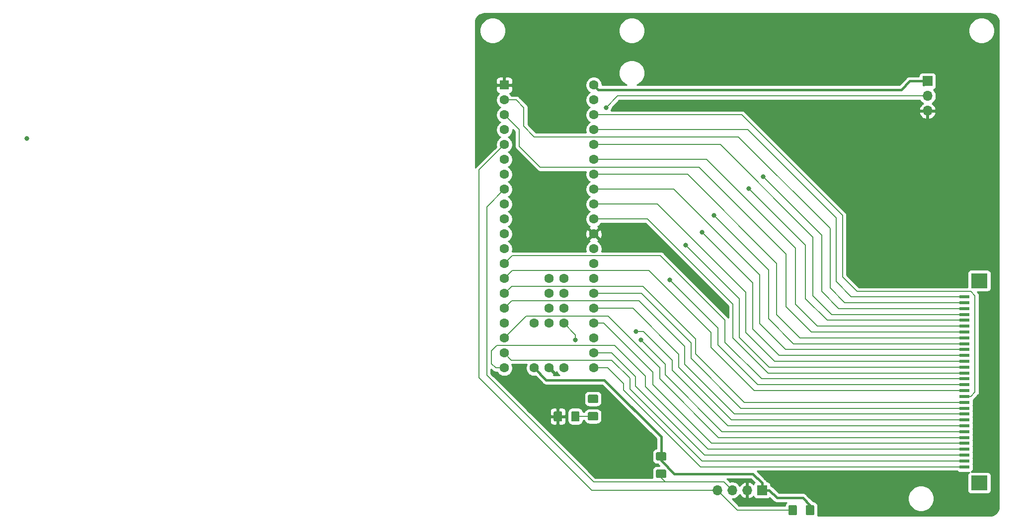
<source format=gbr>
G04 #@! TF.GenerationSoftware,KiCad,Pcbnew,(5.1.5)-3*
G04 #@! TF.CreationDate,2020-05-26T01:54:40-08:00*
G04 #@! TF.ProjectId,board,626f6172-642e-46b6-9963-61645f706362,rev?*
G04 #@! TF.SameCoordinates,Original*
G04 #@! TF.FileFunction,Copper,L1,Top*
G04 #@! TF.FilePolarity,Positive*
%FSLAX46Y46*%
G04 Gerber Fmt 4.6, Leading zero omitted, Abs format (unit mm)*
G04 Created by KiCad (PCBNEW (5.1.5)-3) date 2020-05-26 01:54:40*
%MOMM*%
%LPD*%
G04 APERTURE LIST*
%ADD10C,1.600000*%
%ADD11R,1.600000X1.600000*%
%ADD12R,1.700000X1.700000*%
%ADD13O,1.700000X1.700000*%
%ADD14C,0.100000*%
%ADD15R,1.700000X0.600000*%
%ADD16R,2.800000X2.500000*%
%ADD17C,0.800000*%
%ADD18C,2.000000*%
%ADD19C,0.400000*%
%ADD20C,0.200000*%
%ADD21C,0.254000*%
G04 APERTURE END LIST*
D10*
X120180000Y-86390000D03*
X120180000Y-88930000D03*
X120180000Y-91470000D03*
X120180000Y-83850000D03*
X120180000Y-81310000D03*
X120180000Y-78770000D03*
X120180000Y-76230000D03*
X120180000Y-73690000D03*
X120180000Y-71150000D03*
X120180000Y-68610000D03*
D11*
X120180000Y-66070000D03*
D10*
X120180000Y-94010000D03*
X120180000Y-96550000D03*
X120180000Y-99090000D03*
X120180000Y-101630000D03*
X120180000Y-104170000D03*
X120180000Y-106710000D03*
X120180000Y-109250000D03*
X120180000Y-111790000D03*
X120180000Y-114330000D03*
X125260000Y-114330000D03*
X127800000Y-114330000D03*
X130340000Y-114330000D03*
X135420000Y-114330000D03*
X135420000Y-111790000D03*
X135420000Y-109250000D03*
X135420000Y-106710000D03*
X135420000Y-104170000D03*
X135420000Y-101630000D03*
X135420000Y-99090000D03*
X135420000Y-96550000D03*
X135420000Y-94010000D03*
X135420000Y-91470000D03*
X135420000Y-88930000D03*
X135420000Y-86390000D03*
X135420000Y-83850000D03*
X135420000Y-81310000D03*
X135420000Y-78770000D03*
X135420000Y-76230000D03*
X135420000Y-73690000D03*
X135420000Y-71150000D03*
X135420000Y-68610000D03*
X135420000Y-66070000D03*
X130340000Y-99090000D03*
X130340000Y-101630000D03*
X130340000Y-104170000D03*
X130340000Y-106710000D03*
X127800000Y-99090000D03*
X127800000Y-101630000D03*
X127800000Y-104170000D03*
X127800000Y-106710000D03*
X125260000Y-106710000D03*
D12*
X192300000Y-65400000D03*
D13*
X192300000Y-67940000D03*
X192300000Y-70480000D03*
G04 #@! TA.AperFunction,SMDPad,CuDef*
D14*
G36*
X147549504Y-131676204D02*
G01*
X147573773Y-131679804D01*
X147597571Y-131685765D01*
X147620671Y-131694030D01*
X147642849Y-131704520D01*
X147663893Y-131717133D01*
X147683598Y-131731747D01*
X147701777Y-131748223D01*
X147718253Y-131766402D01*
X147732867Y-131786107D01*
X147745480Y-131807151D01*
X147755970Y-131829329D01*
X147764235Y-131852429D01*
X147770196Y-131876227D01*
X147773796Y-131900496D01*
X147775000Y-131925000D01*
X147775000Y-132850000D01*
X147773796Y-132874504D01*
X147770196Y-132898773D01*
X147764235Y-132922571D01*
X147755970Y-132945671D01*
X147745480Y-132967849D01*
X147732867Y-132988893D01*
X147718253Y-133008598D01*
X147701777Y-133026777D01*
X147683598Y-133043253D01*
X147663893Y-133057867D01*
X147642849Y-133070480D01*
X147620671Y-133080970D01*
X147597571Y-133089235D01*
X147573773Y-133095196D01*
X147549504Y-133098796D01*
X147525000Y-133100000D01*
X146275000Y-133100000D01*
X146250496Y-133098796D01*
X146226227Y-133095196D01*
X146202429Y-133089235D01*
X146179329Y-133080970D01*
X146157151Y-133070480D01*
X146136107Y-133057867D01*
X146116402Y-133043253D01*
X146098223Y-133026777D01*
X146081747Y-133008598D01*
X146067133Y-132988893D01*
X146054520Y-132967849D01*
X146044030Y-132945671D01*
X146035765Y-132922571D01*
X146029804Y-132898773D01*
X146026204Y-132874504D01*
X146025000Y-132850000D01*
X146025000Y-131925000D01*
X146026204Y-131900496D01*
X146029804Y-131876227D01*
X146035765Y-131852429D01*
X146044030Y-131829329D01*
X146054520Y-131807151D01*
X146067133Y-131786107D01*
X146081747Y-131766402D01*
X146098223Y-131748223D01*
X146116402Y-131731747D01*
X146136107Y-131717133D01*
X146157151Y-131704520D01*
X146179329Y-131694030D01*
X146202429Y-131685765D01*
X146226227Y-131679804D01*
X146250496Y-131676204D01*
X146275000Y-131675000D01*
X147525000Y-131675000D01*
X147549504Y-131676204D01*
G37*
G04 #@! TD.AperFunction*
G04 #@! TA.AperFunction,SMDPad,CuDef*
G36*
X147549504Y-128701204D02*
G01*
X147573773Y-128704804D01*
X147597571Y-128710765D01*
X147620671Y-128719030D01*
X147642849Y-128729520D01*
X147663893Y-128742133D01*
X147683598Y-128756747D01*
X147701777Y-128773223D01*
X147718253Y-128791402D01*
X147732867Y-128811107D01*
X147745480Y-128832151D01*
X147755970Y-128854329D01*
X147764235Y-128877429D01*
X147770196Y-128901227D01*
X147773796Y-128925496D01*
X147775000Y-128950000D01*
X147775000Y-129875000D01*
X147773796Y-129899504D01*
X147770196Y-129923773D01*
X147764235Y-129947571D01*
X147755970Y-129970671D01*
X147745480Y-129992849D01*
X147732867Y-130013893D01*
X147718253Y-130033598D01*
X147701777Y-130051777D01*
X147683598Y-130068253D01*
X147663893Y-130082867D01*
X147642849Y-130095480D01*
X147620671Y-130105970D01*
X147597571Y-130114235D01*
X147573773Y-130120196D01*
X147549504Y-130123796D01*
X147525000Y-130125000D01*
X146275000Y-130125000D01*
X146250496Y-130123796D01*
X146226227Y-130120196D01*
X146202429Y-130114235D01*
X146179329Y-130105970D01*
X146157151Y-130095480D01*
X146136107Y-130082867D01*
X146116402Y-130068253D01*
X146098223Y-130051777D01*
X146081747Y-130033598D01*
X146067133Y-130013893D01*
X146054520Y-129992849D01*
X146044030Y-129970671D01*
X146035765Y-129947571D01*
X146029804Y-129923773D01*
X146026204Y-129899504D01*
X146025000Y-129875000D01*
X146025000Y-128950000D01*
X146026204Y-128925496D01*
X146029804Y-128901227D01*
X146035765Y-128877429D01*
X146044030Y-128854329D01*
X146054520Y-128832151D01*
X146067133Y-128811107D01*
X146081747Y-128791402D01*
X146098223Y-128773223D01*
X146116402Y-128756747D01*
X146136107Y-128742133D01*
X146157151Y-128729520D01*
X146179329Y-128719030D01*
X146202429Y-128710765D01*
X146226227Y-128704804D01*
X146250496Y-128701204D01*
X146275000Y-128700000D01*
X147525000Y-128700000D01*
X147549504Y-128701204D01*
G37*
G04 #@! TD.AperFunction*
G04 #@! TA.AperFunction,SMDPad,CuDef*
G36*
X169799504Y-137726204D02*
G01*
X169823773Y-137729804D01*
X169847571Y-137735765D01*
X169870671Y-137744030D01*
X169892849Y-137754520D01*
X169913893Y-137767133D01*
X169933598Y-137781747D01*
X169951777Y-137798223D01*
X169968253Y-137816402D01*
X169982867Y-137836107D01*
X169995480Y-137857151D01*
X170005970Y-137879329D01*
X170014235Y-137902429D01*
X170020196Y-137926227D01*
X170023796Y-137950496D01*
X170025000Y-137975000D01*
X170025000Y-139225000D01*
X170023796Y-139249504D01*
X170020196Y-139273773D01*
X170014235Y-139297571D01*
X170005970Y-139320671D01*
X169995480Y-139342849D01*
X169982867Y-139363893D01*
X169968253Y-139383598D01*
X169951777Y-139401777D01*
X169933598Y-139418253D01*
X169913893Y-139432867D01*
X169892849Y-139445480D01*
X169870671Y-139455970D01*
X169847571Y-139464235D01*
X169823773Y-139470196D01*
X169799504Y-139473796D01*
X169775000Y-139475000D01*
X168850000Y-139475000D01*
X168825496Y-139473796D01*
X168801227Y-139470196D01*
X168777429Y-139464235D01*
X168754329Y-139455970D01*
X168732151Y-139445480D01*
X168711107Y-139432867D01*
X168691402Y-139418253D01*
X168673223Y-139401777D01*
X168656747Y-139383598D01*
X168642133Y-139363893D01*
X168629520Y-139342849D01*
X168619030Y-139320671D01*
X168610765Y-139297571D01*
X168604804Y-139273773D01*
X168601204Y-139249504D01*
X168600000Y-139225000D01*
X168600000Y-137975000D01*
X168601204Y-137950496D01*
X168604804Y-137926227D01*
X168610765Y-137902429D01*
X168619030Y-137879329D01*
X168629520Y-137857151D01*
X168642133Y-137836107D01*
X168656747Y-137816402D01*
X168673223Y-137798223D01*
X168691402Y-137781747D01*
X168711107Y-137767133D01*
X168732151Y-137754520D01*
X168754329Y-137744030D01*
X168777429Y-137735765D01*
X168801227Y-137729804D01*
X168825496Y-137726204D01*
X168850000Y-137725000D01*
X169775000Y-137725000D01*
X169799504Y-137726204D01*
G37*
G04 #@! TD.AperFunction*
G04 #@! TA.AperFunction,SMDPad,CuDef*
G36*
X172774504Y-137726204D02*
G01*
X172798773Y-137729804D01*
X172822571Y-137735765D01*
X172845671Y-137744030D01*
X172867849Y-137754520D01*
X172888893Y-137767133D01*
X172908598Y-137781747D01*
X172926777Y-137798223D01*
X172943253Y-137816402D01*
X172957867Y-137836107D01*
X172970480Y-137857151D01*
X172980970Y-137879329D01*
X172989235Y-137902429D01*
X172995196Y-137926227D01*
X172998796Y-137950496D01*
X173000000Y-137975000D01*
X173000000Y-139225000D01*
X172998796Y-139249504D01*
X172995196Y-139273773D01*
X172989235Y-139297571D01*
X172980970Y-139320671D01*
X172970480Y-139342849D01*
X172957867Y-139363893D01*
X172943253Y-139383598D01*
X172926777Y-139401777D01*
X172908598Y-139418253D01*
X172888893Y-139432867D01*
X172867849Y-139445480D01*
X172845671Y-139455970D01*
X172822571Y-139464235D01*
X172798773Y-139470196D01*
X172774504Y-139473796D01*
X172750000Y-139475000D01*
X171825000Y-139475000D01*
X171800496Y-139473796D01*
X171776227Y-139470196D01*
X171752429Y-139464235D01*
X171729329Y-139455970D01*
X171707151Y-139445480D01*
X171686107Y-139432867D01*
X171666402Y-139418253D01*
X171648223Y-139401777D01*
X171631747Y-139383598D01*
X171617133Y-139363893D01*
X171604520Y-139342849D01*
X171594030Y-139320671D01*
X171585765Y-139297571D01*
X171579804Y-139273773D01*
X171576204Y-139249504D01*
X171575000Y-139225000D01*
X171575000Y-137975000D01*
X171576204Y-137950496D01*
X171579804Y-137926227D01*
X171585765Y-137902429D01*
X171594030Y-137879329D01*
X171604520Y-137857151D01*
X171617133Y-137836107D01*
X171631747Y-137816402D01*
X171648223Y-137798223D01*
X171666402Y-137781747D01*
X171686107Y-137767133D01*
X171707151Y-137754520D01*
X171729329Y-137744030D01*
X171752429Y-137735765D01*
X171776227Y-137729804D01*
X171800496Y-137726204D01*
X171825000Y-137725000D01*
X172750000Y-137725000D01*
X172774504Y-137726204D01*
G37*
G04 #@! TD.AperFunction*
D12*
X164100000Y-135200000D03*
D13*
X161560000Y-135200000D03*
X159020000Y-135200000D03*
X156480000Y-135200000D03*
D15*
X198600000Y-131200000D03*
X198600000Y-130200000D03*
X198600000Y-129200000D03*
X198600000Y-128200000D03*
X198600000Y-127200000D03*
X198600000Y-126200000D03*
X198600000Y-125200000D03*
X198600000Y-124200000D03*
X198600000Y-123200000D03*
X198600000Y-122200000D03*
X198600000Y-121200000D03*
X198600000Y-120200000D03*
X198600000Y-119200000D03*
X198600000Y-118200000D03*
X198600000Y-117200000D03*
X198600000Y-116200000D03*
X198600000Y-115200000D03*
X198600000Y-114200000D03*
X198600000Y-113200000D03*
X198600000Y-112200000D03*
X198600000Y-111200000D03*
X198600000Y-110200000D03*
X198600000Y-109200000D03*
X198600000Y-108200000D03*
X198600000Y-107200000D03*
X198600000Y-106200000D03*
X198600000Y-105200000D03*
X198600000Y-104200000D03*
X198600000Y-103200000D03*
X198600000Y-102200000D03*
D16*
X201100000Y-133950000D03*
X201100000Y-99450000D03*
G04 #@! TA.AperFunction,SMDPad,CuDef*
D14*
G36*
X129799504Y-121726204D02*
G01*
X129823773Y-121729804D01*
X129847571Y-121735765D01*
X129870671Y-121744030D01*
X129892849Y-121754520D01*
X129913893Y-121767133D01*
X129933598Y-121781747D01*
X129951777Y-121798223D01*
X129968253Y-121816402D01*
X129982867Y-121836107D01*
X129995480Y-121857151D01*
X130005970Y-121879329D01*
X130014235Y-121902429D01*
X130020196Y-121926227D01*
X130023796Y-121950496D01*
X130025000Y-121975000D01*
X130025000Y-123225000D01*
X130023796Y-123249504D01*
X130020196Y-123273773D01*
X130014235Y-123297571D01*
X130005970Y-123320671D01*
X129995480Y-123342849D01*
X129982867Y-123363893D01*
X129968253Y-123383598D01*
X129951777Y-123401777D01*
X129933598Y-123418253D01*
X129913893Y-123432867D01*
X129892849Y-123445480D01*
X129870671Y-123455970D01*
X129847571Y-123464235D01*
X129823773Y-123470196D01*
X129799504Y-123473796D01*
X129775000Y-123475000D01*
X128850000Y-123475000D01*
X128825496Y-123473796D01*
X128801227Y-123470196D01*
X128777429Y-123464235D01*
X128754329Y-123455970D01*
X128732151Y-123445480D01*
X128711107Y-123432867D01*
X128691402Y-123418253D01*
X128673223Y-123401777D01*
X128656747Y-123383598D01*
X128642133Y-123363893D01*
X128629520Y-123342849D01*
X128619030Y-123320671D01*
X128610765Y-123297571D01*
X128604804Y-123273773D01*
X128601204Y-123249504D01*
X128600000Y-123225000D01*
X128600000Y-121975000D01*
X128601204Y-121950496D01*
X128604804Y-121926227D01*
X128610765Y-121902429D01*
X128619030Y-121879329D01*
X128629520Y-121857151D01*
X128642133Y-121836107D01*
X128656747Y-121816402D01*
X128673223Y-121798223D01*
X128691402Y-121781747D01*
X128711107Y-121767133D01*
X128732151Y-121754520D01*
X128754329Y-121744030D01*
X128777429Y-121735765D01*
X128801227Y-121729804D01*
X128825496Y-121726204D01*
X128850000Y-121725000D01*
X129775000Y-121725000D01*
X129799504Y-121726204D01*
G37*
G04 #@! TD.AperFunction*
G04 #@! TA.AperFunction,SMDPad,CuDef*
G36*
X132774504Y-121726204D02*
G01*
X132798773Y-121729804D01*
X132822571Y-121735765D01*
X132845671Y-121744030D01*
X132867849Y-121754520D01*
X132888893Y-121767133D01*
X132908598Y-121781747D01*
X132926777Y-121798223D01*
X132943253Y-121816402D01*
X132957867Y-121836107D01*
X132970480Y-121857151D01*
X132980970Y-121879329D01*
X132989235Y-121902429D01*
X132995196Y-121926227D01*
X132998796Y-121950496D01*
X133000000Y-121975000D01*
X133000000Y-123225000D01*
X132998796Y-123249504D01*
X132995196Y-123273773D01*
X132989235Y-123297571D01*
X132980970Y-123320671D01*
X132970480Y-123342849D01*
X132957867Y-123363893D01*
X132943253Y-123383598D01*
X132926777Y-123401777D01*
X132908598Y-123418253D01*
X132888893Y-123432867D01*
X132867849Y-123445480D01*
X132845671Y-123455970D01*
X132822571Y-123464235D01*
X132798773Y-123470196D01*
X132774504Y-123473796D01*
X132750000Y-123475000D01*
X131825000Y-123475000D01*
X131800496Y-123473796D01*
X131776227Y-123470196D01*
X131752429Y-123464235D01*
X131729329Y-123455970D01*
X131707151Y-123445480D01*
X131686107Y-123432867D01*
X131666402Y-123418253D01*
X131648223Y-123401777D01*
X131631747Y-123383598D01*
X131617133Y-123363893D01*
X131604520Y-123342849D01*
X131594030Y-123320671D01*
X131585765Y-123297571D01*
X131579804Y-123273773D01*
X131576204Y-123249504D01*
X131575000Y-123225000D01*
X131575000Y-121975000D01*
X131576204Y-121950496D01*
X131579804Y-121926227D01*
X131585765Y-121902429D01*
X131594030Y-121879329D01*
X131604520Y-121857151D01*
X131617133Y-121836107D01*
X131631747Y-121816402D01*
X131648223Y-121798223D01*
X131666402Y-121781747D01*
X131686107Y-121767133D01*
X131707151Y-121754520D01*
X131729329Y-121744030D01*
X131752429Y-121735765D01*
X131776227Y-121729804D01*
X131800496Y-121726204D01*
X131825000Y-121725000D01*
X132750000Y-121725000D01*
X132774504Y-121726204D01*
G37*
G04 #@! TD.AperFunction*
G04 #@! TA.AperFunction,SMDPad,CuDef*
G36*
X135949504Y-121863704D02*
G01*
X135973773Y-121867304D01*
X135997571Y-121873265D01*
X136020671Y-121881530D01*
X136042849Y-121892020D01*
X136063893Y-121904633D01*
X136083598Y-121919247D01*
X136101777Y-121935723D01*
X136118253Y-121953902D01*
X136132867Y-121973607D01*
X136145480Y-121994651D01*
X136155970Y-122016829D01*
X136164235Y-122039929D01*
X136170196Y-122063727D01*
X136173796Y-122087996D01*
X136175000Y-122112500D01*
X136175000Y-123037500D01*
X136173796Y-123062004D01*
X136170196Y-123086273D01*
X136164235Y-123110071D01*
X136155970Y-123133171D01*
X136145480Y-123155349D01*
X136132867Y-123176393D01*
X136118253Y-123196098D01*
X136101777Y-123214277D01*
X136083598Y-123230753D01*
X136063893Y-123245367D01*
X136042849Y-123257980D01*
X136020671Y-123268470D01*
X135997571Y-123276735D01*
X135973773Y-123282696D01*
X135949504Y-123286296D01*
X135925000Y-123287500D01*
X134675000Y-123287500D01*
X134650496Y-123286296D01*
X134626227Y-123282696D01*
X134602429Y-123276735D01*
X134579329Y-123268470D01*
X134557151Y-123257980D01*
X134536107Y-123245367D01*
X134516402Y-123230753D01*
X134498223Y-123214277D01*
X134481747Y-123196098D01*
X134467133Y-123176393D01*
X134454520Y-123155349D01*
X134444030Y-123133171D01*
X134435765Y-123110071D01*
X134429804Y-123086273D01*
X134426204Y-123062004D01*
X134425000Y-123037500D01*
X134425000Y-122112500D01*
X134426204Y-122087996D01*
X134429804Y-122063727D01*
X134435765Y-122039929D01*
X134444030Y-122016829D01*
X134454520Y-121994651D01*
X134467133Y-121973607D01*
X134481747Y-121953902D01*
X134498223Y-121935723D01*
X134516402Y-121919247D01*
X134536107Y-121904633D01*
X134557151Y-121892020D01*
X134579329Y-121881530D01*
X134602429Y-121873265D01*
X134626227Y-121867304D01*
X134650496Y-121863704D01*
X134675000Y-121862500D01*
X135925000Y-121862500D01*
X135949504Y-121863704D01*
G37*
G04 #@! TD.AperFunction*
G04 #@! TA.AperFunction,SMDPad,CuDef*
G36*
X135949504Y-118888704D02*
G01*
X135973773Y-118892304D01*
X135997571Y-118898265D01*
X136020671Y-118906530D01*
X136042849Y-118917020D01*
X136063893Y-118929633D01*
X136083598Y-118944247D01*
X136101777Y-118960723D01*
X136118253Y-118978902D01*
X136132867Y-118998607D01*
X136145480Y-119019651D01*
X136155970Y-119041829D01*
X136164235Y-119064929D01*
X136170196Y-119088727D01*
X136173796Y-119112996D01*
X136175000Y-119137500D01*
X136175000Y-120062500D01*
X136173796Y-120087004D01*
X136170196Y-120111273D01*
X136164235Y-120135071D01*
X136155970Y-120158171D01*
X136145480Y-120180349D01*
X136132867Y-120201393D01*
X136118253Y-120221098D01*
X136101777Y-120239277D01*
X136083598Y-120255753D01*
X136063893Y-120270367D01*
X136042849Y-120282980D01*
X136020671Y-120293470D01*
X135997571Y-120301735D01*
X135973773Y-120307696D01*
X135949504Y-120311296D01*
X135925000Y-120312500D01*
X134675000Y-120312500D01*
X134650496Y-120311296D01*
X134626227Y-120307696D01*
X134602429Y-120301735D01*
X134579329Y-120293470D01*
X134557151Y-120282980D01*
X134536107Y-120270367D01*
X134516402Y-120255753D01*
X134498223Y-120239277D01*
X134481747Y-120221098D01*
X134467133Y-120201393D01*
X134454520Y-120180349D01*
X134444030Y-120158171D01*
X134435765Y-120135071D01*
X134429804Y-120111273D01*
X134426204Y-120087004D01*
X134425000Y-120062500D01*
X134425000Y-119137500D01*
X134426204Y-119112996D01*
X134429804Y-119088727D01*
X134435765Y-119064929D01*
X134444030Y-119041829D01*
X134454520Y-119019651D01*
X134467133Y-118998607D01*
X134481747Y-118978902D01*
X134498223Y-118960723D01*
X134516402Y-118944247D01*
X134536107Y-118929633D01*
X134557151Y-118917020D01*
X134579329Y-118906530D01*
X134602429Y-118898265D01*
X134626227Y-118892304D01*
X134650496Y-118888704D01*
X134675000Y-118887500D01*
X135925000Y-118887500D01*
X135949504Y-118888704D01*
G37*
G04 #@! TD.AperFunction*
D17*
X38800000Y-75200000D03*
D18*
X125000000Y-119300000D03*
X128300000Y-119300000D03*
X131000000Y-119200000D03*
X133800000Y-127500000D03*
X136500000Y-127400000D03*
X139000000Y-127300000D03*
D17*
X137500000Y-69900000D03*
X148400000Y-99300000D03*
X143500000Y-109600000D03*
X164300000Y-81700000D03*
X155900000Y-88300000D03*
X151100000Y-93400000D03*
X161800000Y-83700000D03*
X153900000Y-91200000D03*
X142600000Y-108100000D03*
X135300000Y-119600000D03*
X132300000Y-109600000D03*
D19*
X191630000Y-66070000D02*
X192300000Y-65400000D01*
X136219999Y-66869999D02*
X162269999Y-66869999D01*
X135420000Y-66070000D02*
X136219999Y-66869999D01*
X162269999Y-66869999D02*
X162300000Y-66900000D01*
X162300000Y-66900000D02*
X187800000Y-66900000D01*
X189300000Y-65400000D02*
X192300000Y-65400000D01*
X187800000Y-66900000D02*
X189300000Y-65400000D01*
X164100000Y-133950000D02*
X162550000Y-132400000D01*
X164100000Y-135200000D02*
X164100000Y-133950000D01*
X146900000Y-130125000D02*
X146900000Y-129412500D01*
X149175000Y-132400000D02*
X146900000Y-130125000D01*
X162550000Y-132400000D02*
X149175000Y-132400000D01*
X137200000Y-116400000D02*
X127330000Y-116400000D01*
X146900000Y-129412500D02*
X146900000Y-126100000D01*
X127330000Y-116400000D02*
X125260000Y-114330000D01*
X146900000Y-126100000D02*
X137200000Y-116400000D01*
X165350000Y-135200000D02*
X166650000Y-136500000D01*
X164100000Y-135200000D02*
X165350000Y-135200000D01*
X172287500Y-137725000D02*
X172287500Y-138600000D01*
X171062500Y-136500000D02*
X172287500Y-137725000D01*
X166650000Y-136500000D02*
X171062500Y-136500000D01*
D20*
X157620000Y-133800000D02*
X159020000Y-135200000D01*
X117200000Y-115600000D02*
X135400000Y-133800000D01*
X120180000Y-83850000D02*
X117200000Y-86830000D01*
X117200000Y-86830000D02*
X117200000Y-115600000D01*
X146900000Y-133100000D02*
X146900000Y-132387500D01*
X148900000Y-133800000D02*
X147600000Y-133800000D01*
X147600000Y-133800000D02*
X146900000Y-133100000D01*
X148900000Y-133800000D02*
X157620000Y-133800000D01*
X135400000Y-133800000D02*
X148900000Y-133800000D01*
X115900000Y-80510000D02*
X120180000Y-76230000D01*
X115900000Y-116000000D02*
X115900000Y-80510000D01*
X156480000Y-135200000D02*
X135100000Y-135200000D01*
X135100000Y-135200000D02*
X115900000Y-116000000D01*
X157329999Y-136049999D02*
X157349999Y-136049999D01*
X156480000Y-135200000D02*
X157329999Y-136049999D01*
X159880000Y-138600000D02*
X156480000Y-135200000D01*
X169312500Y-138600000D02*
X159880000Y-138600000D01*
X139460000Y-67940000D02*
X192300000Y-67940000D01*
X137500000Y-69900000D02*
X139460000Y-67940000D01*
X172800000Y-92000000D02*
X157030000Y-76230000D01*
X172800000Y-102000000D02*
X172800000Y-92000000D01*
X157030000Y-76230000D02*
X135420000Y-76230000D01*
X198600000Y-105200000D02*
X176000000Y-105200000D01*
X176000000Y-105200000D02*
X172800000Y-102000000D01*
X169800000Y-103500000D02*
X169800000Y-93900000D01*
X198600000Y-107200000D02*
X173500000Y-107200000D01*
X154670000Y-78770000D02*
X135420000Y-78770000D01*
X169800000Y-93900000D02*
X154670000Y-78770000D01*
X173500000Y-107200000D02*
X169800000Y-103500000D01*
X198600000Y-109200000D02*
X170600000Y-109200000D01*
X170600000Y-109200000D02*
X166600000Y-105200000D01*
X166600000Y-105200000D02*
X166600000Y-96500000D01*
X151410000Y-81310000D02*
X135420000Y-81310000D01*
X166600000Y-96500000D02*
X151410000Y-81310000D01*
X198600000Y-111200000D02*
X168100000Y-111200000D01*
X168100000Y-111200000D02*
X163700000Y-106800000D01*
X163700000Y-106800000D02*
X163700000Y-98500000D01*
X149050000Y-83850000D02*
X135420000Y-83850000D01*
X163700000Y-98500000D02*
X149050000Y-83850000D01*
X198600000Y-113200000D02*
X166200000Y-113200000D01*
X166200000Y-113200000D02*
X161300000Y-108300000D01*
X161300000Y-108300000D02*
X161300000Y-101400000D01*
X146290000Y-86390000D02*
X135420000Y-86390000D01*
X161300000Y-101400000D02*
X146290000Y-86390000D01*
X198600000Y-115200000D02*
X165100000Y-115200000D01*
X165100000Y-115200000D02*
X159100000Y-109200000D01*
X159100000Y-109200000D02*
X159100000Y-103500000D01*
X144530000Y-88930000D02*
X135420000Y-88930000D01*
X159100000Y-103500000D02*
X144530000Y-88930000D01*
X198600000Y-117200000D02*
X197550000Y-117200000D01*
X197550000Y-117200000D02*
X163400000Y-117200000D01*
X163400000Y-117200000D02*
X156600000Y-110400000D01*
X156600000Y-110400000D02*
X156600000Y-107500000D01*
X156600000Y-107500000D02*
X148400000Y-99300000D01*
X199650000Y-119200000D02*
X200400000Y-118450000D01*
X198600000Y-119200000D02*
X199650000Y-119200000D01*
X200400000Y-118450000D02*
X200400000Y-102000000D01*
X200400000Y-102000000D02*
X199700000Y-101300000D01*
X199700000Y-101300000D02*
X180300000Y-101300000D01*
X180300000Y-101300000D02*
X177800000Y-98800000D01*
X177800000Y-98800000D02*
X177800000Y-88300000D01*
X160650000Y-71150000D02*
X135420000Y-71150000D01*
X177800000Y-88300000D02*
X160650000Y-71150000D01*
X198600000Y-121200000D02*
X160500000Y-121200000D01*
X160500000Y-121200000D02*
X152000000Y-112700000D01*
X152000000Y-112700000D02*
X152000000Y-110100000D01*
X143530000Y-101630000D02*
X135420000Y-101630000D01*
X152000000Y-110100000D02*
X143530000Y-101630000D01*
X142070000Y-104170000D02*
X135420000Y-104170000D01*
X149900000Y-112000000D02*
X142070000Y-104170000D01*
X149900000Y-114200000D02*
X149900000Y-112000000D01*
X198600000Y-123200000D02*
X158900000Y-123200000D01*
X158900000Y-123200000D02*
X149900000Y-114200000D01*
X198600000Y-125200000D02*
X197550000Y-125200000D01*
X197550000Y-125200000D02*
X157300000Y-125200000D01*
X157300000Y-125200000D02*
X147600000Y-115500000D01*
X147600000Y-115500000D02*
X147600000Y-113700000D01*
X147600000Y-113700000D02*
X143500000Y-109600000D01*
X137110000Y-106710000D02*
X135420000Y-106710000D01*
X145500000Y-115100000D02*
X137110000Y-106710000D01*
X198600000Y-127200000D02*
X155500000Y-127200000D01*
X145500000Y-117200000D02*
X145500000Y-115100000D01*
X155500000Y-127200000D02*
X145500000Y-117200000D01*
X138490000Y-111790000D02*
X135420000Y-111790000D01*
X142500000Y-115800000D02*
X138490000Y-111790000D01*
X198600000Y-129200000D02*
X154300000Y-129200000D01*
X142500000Y-117400000D02*
X142500000Y-115800000D01*
X154300000Y-129200000D02*
X142500000Y-117400000D01*
X137830000Y-114330000D02*
X135420000Y-114330000D01*
X140500000Y-117000000D02*
X137830000Y-114330000D01*
X140500000Y-118100000D02*
X140500000Y-117000000D01*
X198600000Y-131200000D02*
X153600000Y-131200000D01*
X153600000Y-131200000D02*
X140500000Y-118100000D01*
X198600000Y-118200000D02*
X162800000Y-118200000D01*
X162800000Y-118200000D02*
X155400000Y-110800000D01*
X155400000Y-110800000D02*
X155400000Y-108300000D01*
X155400000Y-108300000D02*
X144800000Y-97700000D01*
X121570000Y-97700000D02*
X120180000Y-99090000D01*
X144800000Y-97700000D02*
X121570000Y-97700000D01*
X198600000Y-104200000D02*
X197550000Y-104200000D01*
X197550000Y-104200000D02*
X177200000Y-104200000D01*
X177200000Y-104200000D02*
X174300000Y-101300000D01*
X174300000Y-101300000D02*
X174300000Y-91700000D01*
X174300000Y-91700000D02*
X164300000Y-81700000D01*
X198600000Y-120200000D02*
X161100000Y-120200000D01*
X161100000Y-120200000D02*
X152800000Y-111900000D01*
X152800000Y-111900000D02*
X152800000Y-109400000D01*
X152800000Y-109400000D02*
X143800000Y-100400000D01*
X143800000Y-100400000D02*
X121410000Y-100400000D01*
X121410000Y-100400000D02*
X120180000Y-101630000D01*
X121450000Y-102900000D02*
X120180000Y-104170000D01*
X159400000Y-122200000D02*
X150900000Y-113700000D01*
X143100000Y-102900000D02*
X121450000Y-102900000D01*
X198600000Y-122200000D02*
X159400000Y-122200000D01*
X150900000Y-113700000D02*
X150900000Y-110700000D01*
X150900000Y-110700000D02*
X143100000Y-102900000D01*
X198600000Y-110200000D02*
X197550000Y-110200000D01*
X197550000Y-110200000D02*
X169500000Y-110200000D01*
X169500000Y-110200000D02*
X165200000Y-105900000D01*
X165200000Y-105900000D02*
X165200000Y-97600000D01*
X165200000Y-97600000D02*
X155900000Y-88300000D01*
X198600000Y-108200000D02*
X172500000Y-108200000D01*
X172500000Y-108200000D02*
X168200000Y-103900000D01*
X168200000Y-103900000D02*
X168200000Y-94900000D01*
X168200000Y-94900000D02*
X153400000Y-80100000D01*
X153400000Y-80100000D02*
X126300000Y-80100000D01*
X126300000Y-80100000D02*
X122700000Y-76500000D01*
X122700000Y-73670000D02*
X120180000Y-71150000D01*
X122700000Y-76500000D02*
X122700000Y-73670000D01*
X121390000Y-113000000D02*
X120180000Y-111790000D01*
X198600000Y-130200000D02*
X153900000Y-130200000D01*
X141600000Y-117900000D02*
X141600000Y-116100000D01*
X141600000Y-116100000D02*
X138500000Y-113000000D01*
X153900000Y-130200000D02*
X141600000Y-117900000D01*
X138500000Y-113000000D02*
X121390000Y-113000000D01*
X198600000Y-114200000D02*
X165300000Y-114200000D01*
X165300000Y-114200000D02*
X160200000Y-109100000D01*
X160200000Y-109100000D02*
X160200000Y-102500000D01*
X160200000Y-102500000D02*
X151100000Y-93400000D01*
X118000000Y-111400000D02*
X118000000Y-113600000D01*
X118730000Y-114330000D02*
X120180000Y-114330000D01*
X118900000Y-110500000D02*
X118000000Y-111400000D01*
X154900000Y-128200000D02*
X144200000Y-117500000D01*
X198600000Y-128200000D02*
X154900000Y-128200000D01*
X144200000Y-115700000D02*
X139000000Y-110500000D01*
X118000000Y-113600000D02*
X118730000Y-114330000D01*
X144200000Y-117500000D02*
X144200000Y-115700000D01*
X139000000Y-110500000D02*
X118900000Y-110500000D01*
X198600000Y-106200000D02*
X175200000Y-106200000D01*
X175200000Y-106200000D02*
X171500000Y-102500000D01*
X171500000Y-102500000D02*
X171500000Y-93400000D01*
X171500000Y-93400000D02*
X161800000Y-83700000D01*
X198600000Y-112200000D02*
X197550000Y-112200000D01*
X197550000Y-112200000D02*
X167000000Y-112200000D01*
X167000000Y-112200000D02*
X162500000Y-107700000D01*
X162500000Y-107700000D02*
X162500000Y-99800000D01*
X162500000Y-99800000D02*
X153900000Y-91200000D01*
X156700000Y-126200000D02*
X146700000Y-116200000D01*
X146700000Y-116200000D02*
X146700000Y-114300000D01*
X123930000Y-105500000D02*
X120180000Y-109250000D01*
X137900000Y-105500000D02*
X123930000Y-105500000D01*
X198600000Y-126200000D02*
X156700000Y-126200000D01*
X146700000Y-114300000D02*
X137900000Y-105500000D01*
X121530000Y-95200000D02*
X120180000Y-96550000D01*
X164000000Y-116200000D02*
X157800000Y-110000000D01*
X146800000Y-95200000D02*
X121530000Y-95200000D01*
X198600000Y-116200000D02*
X164000000Y-116200000D01*
X157800000Y-110000000D02*
X157800000Y-106200000D01*
X157800000Y-106200000D02*
X146800000Y-95200000D01*
X198600000Y-124200000D02*
X197550000Y-124200000D01*
X197550000Y-124200000D02*
X158300000Y-124200000D01*
X158300000Y-124200000D02*
X148800000Y-114700000D01*
X148800000Y-114700000D02*
X148800000Y-113000000D01*
X148800000Y-113000000D02*
X143900000Y-108100000D01*
X143900000Y-108100000D02*
X142600000Y-108100000D01*
X198600000Y-102200000D02*
X179300000Y-102200000D01*
X179300000Y-102200000D02*
X176700000Y-99600000D01*
X176700000Y-99600000D02*
X176700000Y-88700000D01*
X161690000Y-73690000D02*
X135420000Y-73690000D01*
X176700000Y-88700000D02*
X161690000Y-73690000D01*
X123500000Y-73100000D02*
X123500000Y-69900000D01*
X125300000Y-74900000D02*
X123500000Y-73100000D01*
X178200000Y-103200000D02*
X175700000Y-100700000D01*
X122210000Y-68610000D02*
X120180000Y-68610000D01*
X198600000Y-103200000D02*
X178200000Y-103200000D01*
X175700000Y-100700000D02*
X175700000Y-90500000D01*
X175700000Y-90500000D02*
X160100000Y-74900000D01*
X123500000Y-69900000D02*
X122210000Y-68610000D01*
X160100000Y-74900000D02*
X125300000Y-74900000D01*
X132312500Y-122575000D02*
X132287500Y-122600000D01*
X135300000Y-122575000D02*
X132312500Y-122575000D01*
X132300000Y-108670000D02*
X130340000Y-106710000D01*
X132300000Y-109600000D02*
X132300000Y-108670000D01*
D21*
G36*
X203198505Y-53892434D02*
G01*
X203485641Y-53979125D01*
X203750472Y-54119938D01*
X203982906Y-54309507D01*
X204174095Y-54540615D01*
X204316750Y-54804451D01*
X204405445Y-55090977D01*
X204440000Y-55419748D01*
X204440001Y-137967711D01*
X204407566Y-138298505D01*
X204320875Y-138585641D01*
X204180060Y-138850475D01*
X203990494Y-139082906D01*
X203759384Y-139274096D01*
X203495550Y-139416750D01*
X203209023Y-139505445D01*
X202880252Y-139540000D01*
X173578010Y-139540000D01*
X173621008Y-139398254D01*
X173638072Y-139225000D01*
X173638072Y-137975000D01*
X173621008Y-137801746D01*
X173570472Y-137635150D01*
X173488405Y-137481614D01*
X173377962Y-137347038D01*
X173243386Y-137236595D01*
X173089850Y-137154528D01*
X172923254Y-137103992D01*
X172839069Y-137095701D01*
X172123240Y-136379872D01*
X188965000Y-136379872D01*
X188965000Y-136820128D01*
X189050890Y-137251925D01*
X189219369Y-137658669D01*
X189463962Y-138024729D01*
X189775271Y-138336038D01*
X190141331Y-138580631D01*
X190548075Y-138749110D01*
X190979872Y-138835000D01*
X191420128Y-138835000D01*
X191851925Y-138749110D01*
X192258669Y-138580631D01*
X192624729Y-138336038D01*
X192936038Y-138024729D01*
X193180631Y-137658669D01*
X193349110Y-137251925D01*
X193435000Y-136820128D01*
X193435000Y-136379872D01*
X193349110Y-135948075D01*
X193180631Y-135541331D01*
X192936038Y-135175271D01*
X192624729Y-134863962D01*
X192258669Y-134619369D01*
X191851925Y-134450890D01*
X191420128Y-134365000D01*
X190979872Y-134365000D01*
X190548075Y-134450890D01*
X190141331Y-134619369D01*
X189775271Y-134863962D01*
X189463962Y-135175271D01*
X189219369Y-135541331D01*
X189050890Y-135948075D01*
X188965000Y-136379872D01*
X172123240Y-136379872D01*
X171681945Y-135938578D01*
X171655791Y-135906709D01*
X171528646Y-135802364D01*
X171383587Y-135724828D01*
X171226189Y-135677082D01*
X171103519Y-135665000D01*
X171103518Y-135665000D01*
X171062500Y-135660960D01*
X171021482Y-135665000D01*
X166995869Y-135665000D01*
X165969446Y-134638578D01*
X165943291Y-134606709D01*
X165816146Y-134502364D01*
X165671087Y-134424828D01*
X165588072Y-134399646D01*
X165588072Y-134350000D01*
X165575812Y-134225518D01*
X165539502Y-134105820D01*
X165480537Y-133995506D01*
X165401185Y-133898815D01*
X165304494Y-133819463D01*
X165194180Y-133760498D01*
X165074482Y-133724188D01*
X164950000Y-133711928D01*
X164900354Y-133711928D01*
X164875172Y-133628913D01*
X164797636Y-133483854D01*
X164720350Y-133389681D01*
X164693291Y-133356709D01*
X164661426Y-133330559D01*
X163265867Y-131935000D01*
X197285532Y-131935000D01*
X197298815Y-131951185D01*
X197395506Y-132030537D01*
X197505820Y-132089502D01*
X197625518Y-132125812D01*
X197750000Y-132138072D01*
X199404233Y-132138072D01*
X199345506Y-132169463D01*
X199248815Y-132248815D01*
X199169463Y-132345506D01*
X199110498Y-132455820D01*
X199074188Y-132575518D01*
X199061928Y-132700000D01*
X199061928Y-135200000D01*
X199074188Y-135324482D01*
X199110498Y-135444180D01*
X199169463Y-135554494D01*
X199248815Y-135651185D01*
X199345506Y-135730537D01*
X199455820Y-135789502D01*
X199575518Y-135825812D01*
X199700000Y-135838072D01*
X202500000Y-135838072D01*
X202624482Y-135825812D01*
X202744180Y-135789502D01*
X202854494Y-135730537D01*
X202951185Y-135651185D01*
X203030537Y-135554494D01*
X203089502Y-135444180D01*
X203125812Y-135324482D01*
X203138072Y-135200000D01*
X203138072Y-132700000D01*
X203125812Y-132575518D01*
X203089502Y-132455820D01*
X203030537Y-132345506D01*
X202951185Y-132248815D01*
X202854494Y-132169463D01*
X202744180Y-132110498D01*
X202624482Y-132074188D01*
X202500000Y-132061928D01*
X199745767Y-132061928D01*
X199804494Y-132030537D01*
X199901185Y-131951185D01*
X199980537Y-131854494D01*
X200039502Y-131744180D01*
X200075812Y-131624482D01*
X200088072Y-131500000D01*
X200088072Y-130900000D01*
X200075812Y-130775518D01*
X200052904Y-130700000D01*
X200075812Y-130624482D01*
X200088072Y-130500000D01*
X200088072Y-129900000D01*
X200075812Y-129775518D01*
X200052904Y-129700000D01*
X200075812Y-129624482D01*
X200088072Y-129500000D01*
X200088072Y-128900000D01*
X200075812Y-128775518D01*
X200052904Y-128700000D01*
X200075812Y-128624482D01*
X200088072Y-128500000D01*
X200088072Y-127900000D01*
X200075812Y-127775518D01*
X200052904Y-127700000D01*
X200075812Y-127624482D01*
X200088072Y-127500000D01*
X200088072Y-126900000D01*
X200075812Y-126775518D01*
X200052904Y-126700000D01*
X200075812Y-126624482D01*
X200088072Y-126500000D01*
X200088072Y-125900000D01*
X200075812Y-125775518D01*
X200052904Y-125700000D01*
X200075812Y-125624482D01*
X200088072Y-125500000D01*
X200088072Y-124900000D01*
X200075812Y-124775518D01*
X200052904Y-124700000D01*
X200075812Y-124624482D01*
X200088072Y-124500000D01*
X200088072Y-123900000D01*
X200075812Y-123775518D01*
X200052904Y-123700000D01*
X200075812Y-123624482D01*
X200088072Y-123500000D01*
X200088072Y-122900000D01*
X200075812Y-122775518D01*
X200052904Y-122700000D01*
X200075812Y-122624482D01*
X200088072Y-122500000D01*
X200088072Y-121900000D01*
X200075812Y-121775518D01*
X200052904Y-121700000D01*
X200075812Y-121624482D01*
X200088072Y-121500000D01*
X200088072Y-120900000D01*
X200075812Y-120775518D01*
X200052904Y-120700000D01*
X200075812Y-120624482D01*
X200088072Y-120500000D01*
X200088072Y-119900000D01*
X200078168Y-119799439D01*
X200172238Y-119722238D01*
X200195258Y-119694188D01*
X200894197Y-118995250D01*
X200922237Y-118972238D01*
X200945250Y-118944197D01*
X200945253Y-118944194D01*
X201014086Y-118860321D01*
X201014087Y-118860320D01*
X201082337Y-118732633D01*
X201119440Y-118610320D01*
X201124365Y-118594086D01*
X201125765Y-118579868D01*
X201135000Y-118486105D01*
X201135000Y-118486098D01*
X201138555Y-118450001D01*
X201135000Y-118413904D01*
X201135000Y-102036094D01*
X201138555Y-101999999D01*
X201135000Y-101963904D01*
X201135000Y-101963895D01*
X201124365Y-101855915D01*
X201082337Y-101717367D01*
X201014087Y-101589680D01*
X200922238Y-101477762D01*
X200894193Y-101454746D01*
X200777519Y-101338072D01*
X202500000Y-101338072D01*
X202624482Y-101325812D01*
X202744180Y-101289502D01*
X202854494Y-101230537D01*
X202951185Y-101151185D01*
X203030537Y-101054494D01*
X203089502Y-100944180D01*
X203125812Y-100824482D01*
X203138072Y-100700000D01*
X203138072Y-98200000D01*
X203125812Y-98075518D01*
X203089502Y-97955820D01*
X203030537Y-97845506D01*
X202951185Y-97748815D01*
X202854494Y-97669463D01*
X202744180Y-97610498D01*
X202624482Y-97574188D01*
X202500000Y-97561928D01*
X199700000Y-97561928D01*
X199575518Y-97574188D01*
X199455820Y-97610498D01*
X199345506Y-97669463D01*
X199248815Y-97748815D01*
X199169463Y-97845506D01*
X199110498Y-97955820D01*
X199074188Y-98075518D01*
X199061928Y-98200000D01*
X199061928Y-100565000D01*
X180604447Y-100565000D01*
X178535000Y-98495554D01*
X178535000Y-88336105D01*
X178538556Y-88300000D01*
X178524365Y-88155915D01*
X178482337Y-88017366D01*
X178414087Y-87889680D01*
X178345253Y-87805806D01*
X178322238Y-87777762D01*
X178294193Y-87754746D01*
X161376337Y-70836890D01*
X190858524Y-70836890D01*
X190903175Y-70984099D01*
X191028359Y-71246920D01*
X191202412Y-71480269D01*
X191418645Y-71675178D01*
X191668748Y-71824157D01*
X191943109Y-71921481D01*
X192173000Y-71800814D01*
X192173000Y-70607000D01*
X192427000Y-70607000D01*
X192427000Y-71800814D01*
X192656891Y-71921481D01*
X192931252Y-71824157D01*
X193181355Y-71675178D01*
X193397588Y-71480269D01*
X193571641Y-71246920D01*
X193696825Y-70984099D01*
X193741476Y-70836890D01*
X193620155Y-70607000D01*
X192427000Y-70607000D01*
X192173000Y-70607000D01*
X190979845Y-70607000D01*
X190858524Y-70836890D01*
X161376337Y-70836890D01*
X161195259Y-70655813D01*
X161172238Y-70627762D01*
X161060320Y-70535913D01*
X160932633Y-70467663D01*
X160794085Y-70425635D01*
X160686105Y-70415000D01*
X160650000Y-70411444D01*
X160613895Y-70415000D01*
X138400672Y-70415000D01*
X138417205Y-70390256D01*
X138495226Y-70201898D01*
X138535000Y-70001939D01*
X138535000Y-69904446D01*
X139764447Y-68675000D01*
X191005117Y-68675000D01*
X191146525Y-68886632D01*
X191353368Y-69093475D01*
X191535534Y-69215195D01*
X191418645Y-69284822D01*
X191202412Y-69479731D01*
X191028359Y-69713080D01*
X190903175Y-69975901D01*
X190858524Y-70123110D01*
X190979845Y-70353000D01*
X192173000Y-70353000D01*
X192173000Y-70333000D01*
X192427000Y-70333000D01*
X192427000Y-70353000D01*
X193620155Y-70353000D01*
X193741476Y-70123110D01*
X193696825Y-69975901D01*
X193571641Y-69713080D01*
X193397588Y-69479731D01*
X193181355Y-69284822D01*
X193064466Y-69215195D01*
X193246632Y-69093475D01*
X193453475Y-68886632D01*
X193615990Y-68643411D01*
X193727932Y-68373158D01*
X193785000Y-68086260D01*
X193785000Y-67793740D01*
X193727932Y-67506842D01*
X193615990Y-67236589D01*
X193453475Y-66993368D01*
X193321620Y-66861513D01*
X193394180Y-66839502D01*
X193504494Y-66780537D01*
X193601185Y-66701185D01*
X193680537Y-66604494D01*
X193739502Y-66494180D01*
X193775812Y-66374482D01*
X193788072Y-66250000D01*
X193788072Y-64550000D01*
X193775812Y-64425518D01*
X193739502Y-64305820D01*
X193680537Y-64195506D01*
X193601185Y-64098815D01*
X193504494Y-64019463D01*
X193394180Y-63960498D01*
X193274482Y-63924188D01*
X193150000Y-63911928D01*
X191450000Y-63911928D01*
X191325518Y-63924188D01*
X191205820Y-63960498D01*
X191095506Y-64019463D01*
X190998815Y-64098815D01*
X190919463Y-64195506D01*
X190860498Y-64305820D01*
X190824188Y-64425518D01*
X190811928Y-64550000D01*
X190811928Y-64565000D01*
X189341007Y-64565000D01*
X189299999Y-64560961D01*
X189258991Y-64565000D01*
X189258981Y-64565000D01*
X189136311Y-64577082D01*
X188978913Y-64624828D01*
X188833854Y-64702364D01*
X188706709Y-64806709D01*
X188680559Y-64838574D01*
X187454133Y-66065000D01*
X162492759Y-66065000D01*
X162433688Y-66047081D01*
X162311018Y-66034999D01*
X162311017Y-66034999D01*
X162269999Y-66030959D01*
X162228981Y-66034999D01*
X142827413Y-66034999D01*
X142958669Y-65980631D01*
X143324729Y-65736038D01*
X143636038Y-65424729D01*
X143880631Y-65058669D01*
X144049110Y-64651925D01*
X144135000Y-64220128D01*
X144135000Y-63779872D01*
X144049110Y-63348075D01*
X143880631Y-62941331D01*
X143636038Y-62575271D01*
X143324729Y-62263962D01*
X142958669Y-62019369D01*
X142551925Y-61850890D01*
X142120128Y-61765000D01*
X141679872Y-61765000D01*
X141248075Y-61850890D01*
X140841331Y-62019369D01*
X140475271Y-62263962D01*
X140163962Y-62575271D01*
X139919369Y-62941331D01*
X139750890Y-63348075D01*
X139665000Y-63779872D01*
X139665000Y-64220128D01*
X139750890Y-64651925D01*
X139919369Y-65058669D01*
X140163962Y-65424729D01*
X140475271Y-65736038D01*
X140841331Y-65980631D01*
X140972587Y-66034999D01*
X136855000Y-66034999D01*
X136855000Y-65928665D01*
X136799853Y-65651426D01*
X136691680Y-65390273D01*
X136534637Y-65155241D01*
X136334759Y-64955363D01*
X136099727Y-64798320D01*
X135838574Y-64690147D01*
X135561335Y-64635000D01*
X135278665Y-64635000D01*
X135001426Y-64690147D01*
X134740273Y-64798320D01*
X134505241Y-64955363D01*
X134305363Y-65155241D01*
X134148320Y-65390273D01*
X134040147Y-65651426D01*
X133985000Y-65928665D01*
X133985000Y-66211335D01*
X134040147Y-66488574D01*
X134148320Y-66749727D01*
X134305363Y-66984759D01*
X134505241Y-67184637D01*
X134737759Y-67340000D01*
X134505241Y-67495363D01*
X134305363Y-67695241D01*
X134148320Y-67930273D01*
X134040147Y-68191426D01*
X133985000Y-68468665D01*
X133985000Y-68751335D01*
X134040147Y-69028574D01*
X134148320Y-69289727D01*
X134305363Y-69524759D01*
X134505241Y-69724637D01*
X134737759Y-69880000D01*
X134505241Y-70035363D01*
X134305363Y-70235241D01*
X134148320Y-70470273D01*
X134040147Y-70731426D01*
X133985000Y-71008665D01*
X133985000Y-71291335D01*
X134040147Y-71568574D01*
X134148320Y-71829727D01*
X134305363Y-72064759D01*
X134505241Y-72264637D01*
X134737759Y-72420000D01*
X134505241Y-72575363D01*
X134305363Y-72775241D01*
X134148320Y-73010273D01*
X134040147Y-73271426D01*
X133985000Y-73548665D01*
X133985000Y-73831335D01*
X134040147Y-74108574D01*
X134063519Y-74165000D01*
X125604447Y-74165000D01*
X124235000Y-72795554D01*
X124235000Y-69936094D01*
X124238555Y-69899999D01*
X124235000Y-69863904D01*
X124235000Y-69863895D01*
X124224365Y-69755915D01*
X124182337Y-69617367D01*
X124114087Y-69489680D01*
X124022238Y-69377762D01*
X123994193Y-69354746D01*
X122755258Y-68115812D01*
X122732238Y-68087762D01*
X122620320Y-67995913D01*
X122492633Y-67927663D01*
X122354085Y-67885635D01*
X122246105Y-67875000D01*
X122210000Y-67871444D01*
X122173895Y-67875000D01*
X121414748Y-67875000D01*
X121294637Y-67695241D01*
X121096039Y-67496643D01*
X121104482Y-67495812D01*
X121224180Y-67459502D01*
X121334494Y-67400537D01*
X121431185Y-67321185D01*
X121510537Y-67224494D01*
X121569502Y-67114180D01*
X121605812Y-66994482D01*
X121618072Y-66870000D01*
X121615000Y-66355750D01*
X121456250Y-66197000D01*
X120307000Y-66197000D01*
X120307000Y-66217000D01*
X120053000Y-66217000D01*
X120053000Y-66197000D01*
X118903750Y-66197000D01*
X118745000Y-66355750D01*
X118741928Y-66870000D01*
X118754188Y-66994482D01*
X118790498Y-67114180D01*
X118849463Y-67224494D01*
X118928815Y-67321185D01*
X119025506Y-67400537D01*
X119135820Y-67459502D01*
X119255518Y-67495812D01*
X119263961Y-67496643D01*
X119065363Y-67695241D01*
X118908320Y-67930273D01*
X118800147Y-68191426D01*
X118745000Y-68468665D01*
X118745000Y-68751335D01*
X118800147Y-69028574D01*
X118908320Y-69289727D01*
X119065363Y-69524759D01*
X119265241Y-69724637D01*
X119497759Y-69880000D01*
X119265241Y-70035363D01*
X119065363Y-70235241D01*
X118908320Y-70470273D01*
X118800147Y-70731426D01*
X118745000Y-71008665D01*
X118745000Y-71291335D01*
X118800147Y-71568574D01*
X118908320Y-71829727D01*
X119065363Y-72064759D01*
X119265241Y-72264637D01*
X119497759Y-72420000D01*
X119265241Y-72575363D01*
X119065363Y-72775241D01*
X118908320Y-73010273D01*
X118800147Y-73271426D01*
X118745000Y-73548665D01*
X118745000Y-73831335D01*
X118800147Y-74108574D01*
X118908320Y-74369727D01*
X119065363Y-74604759D01*
X119265241Y-74804637D01*
X119497759Y-74960000D01*
X119265241Y-75115363D01*
X119065363Y-75315241D01*
X118908320Y-75550273D01*
X118800147Y-75811426D01*
X118745000Y-76088665D01*
X118745000Y-76371335D01*
X118787178Y-76583375D01*
X115405808Y-79964746D01*
X115377763Y-79987762D01*
X115285914Y-80099680D01*
X115260000Y-80148162D01*
X115260000Y-65270000D01*
X118741928Y-65270000D01*
X118745000Y-65784250D01*
X118903750Y-65943000D01*
X120053000Y-65943000D01*
X120053000Y-64793750D01*
X120307000Y-64793750D01*
X120307000Y-65943000D01*
X121456250Y-65943000D01*
X121615000Y-65784250D01*
X121618072Y-65270000D01*
X121605812Y-65145518D01*
X121569502Y-65025820D01*
X121510537Y-64915506D01*
X121431185Y-64818815D01*
X121334494Y-64739463D01*
X121224180Y-64680498D01*
X121104482Y-64644188D01*
X120980000Y-64631928D01*
X120465750Y-64635000D01*
X120307000Y-64793750D01*
X120053000Y-64793750D01*
X119894250Y-64635000D01*
X119380000Y-64631928D01*
X119255518Y-64644188D01*
X119135820Y-64680498D01*
X119025506Y-64739463D01*
X118928815Y-64818815D01*
X118849463Y-64915506D01*
X118790498Y-65025820D01*
X118754188Y-65145518D01*
X118741928Y-65270000D01*
X115260000Y-65270000D01*
X115260000Y-56579872D01*
X115965000Y-56579872D01*
X115965000Y-57020128D01*
X116050890Y-57451925D01*
X116219369Y-57858669D01*
X116463962Y-58224729D01*
X116775271Y-58536038D01*
X117141331Y-58780631D01*
X117548075Y-58949110D01*
X117979872Y-59035000D01*
X118420128Y-59035000D01*
X118851925Y-58949110D01*
X119258669Y-58780631D01*
X119624729Y-58536038D01*
X119936038Y-58224729D01*
X120180631Y-57858669D01*
X120349110Y-57451925D01*
X120435000Y-57020128D01*
X120435000Y-56579872D01*
X139665000Y-56579872D01*
X139665000Y-57020128D01*
X139750890Y-57451925D01*
X139919369Y-57858669D01*
X140163962Y-58224729D01*
X140475271Y-58536038D01*
X140841331Y-58780631D01*
X141248075Y-58949110D01*
X141679872Y-59035000D01*
X142120128Y-59035000D01*
X142551925Y-58949110D01*
X142958669Y-58780631D01*
X143324729Y-58536038D01*
X143636038Y-58224729D01*
X143880631Y-57858669D01*
X144049110Y-57451925D01*
X144135000Y-57020128D01*
X144135000Y-56579872D01*
X199265000Y-56579872D01*
X199265000Y-57020128D01*
X199350890Y-57451925D01*
X199519369Y-57858669D01*
X199763962Y-58224729D01*
X200075271Y-58536038D01*
X200441331Y-58780631D01*
X200848075Y-58949110D01*
X201279872Y-59035000D01*
X201720128Y-59035000D01*
X202151925Y-58949110D01*
X202558669Y-58780631D01*
X202924729Y-58536038D01*
X203236038Y-58224729D01*
X203480631Y-57858669D01*
X203649110Y-57451925D01*
X203735000Y-57020128D01*
X203735000Y-56579872D01*
X203649110Y-56148075D01*
X203480631Y-55741331D01*
X203236038Y-55375271D01*
X202924729Y-55063962D01*
X202558669Y-54819369D01*
X202151925Y-54650890D01*
X201720128Y-54565000D01*
X201279872Y-54565000D01*
X200848075Y-54650890D01*
X200441331Y-54819369D01*
X200075271Y-55063962D01*
X199763962Y-55375271D01*
X199519369Y-55741331D01*
X199350890Y-56148075D01*
X199265000Y-56579872D01*
X144135000Y-56579872D01*
X144049110Y-56148075D01*
X143880631Y-55741331D01*
X143636038Y-55375271D01*
X143324729Y-55063962D01*
X142958669Y-54819369D01*
X142551925Y-54650890D01*
X142120128Y-54565000D01*
X141679872Y-54565000D01*
X141248075Y-54650890D01*
X140841331Y-54819369D01*
X140475271Y-55063962D01*
X140163962Y-55375271D01*
X139919369Y-55741331D01*
X139750890Y-56148075D01*
X139665000Y-56579872D01*
X120435000Y-56579872D01*
X120349110Y-56148075D01*
X120180631Y-55741331D01*
X119936038Y-55375271D01*
X119624729Y-55063962D01*
X119258669Y-54819369D01*
X118851925Y-54650890D01*
X118420128Y-54565000D01*
X117979872Y-54565000D01*
X117548075Y-54650890D01*
X117141331Y-54819369D01*
X116775271Y-55063962D01*
X116463962Y-55375271D01*
X116219369Y-55741331D01*
X116050890Y-56148075D01*
X115965000Y-56579872D01*
X115260000Y-56579872D01*
X115260000Y-55432279D01*
X115292434Y-55101495D01*
X115379125Y-54814359D01*
X115519938Y-54549528D01*
X115709507Y-54317094D01*
X115940615Y-54125905D01*
X116204451Y-53983250D01*
X116490977Y-53894555D01*
X116819748Y-53860000D01*
X202867721Y-53860000D01*
X203198505Y-53892434D01*
G37*
X203198505Y-53892434D02*
X203485641Y-53979125D01*
X203750472Y-54119938D01*
X203982906Y-54309507D01*
X204174095Y-54540615D01*
X204316750Y-54804451D01*
X204405445Y-55090977D01*
X204440000Y-55419748D01*
X204440001Y-137967711D01*
X204407566Y-138298505D01*
X204320875Y-138585641D01*
X204180060Y-138850475D01*
X203990494Y-139082906D01*
X203759384Y-139274096D01*
X203495550Y-139416750D01*
X203209023Y-139505445D01*
X202880252Y-139540000D01*
X173578010Y-139540000D01*
X173621008Y-139398254D01*
X173638072Y-139225000D01*
X173638072Y-137975000D01*
X173621008Y-137801746D01*
X173570472Y-137635150D01*
X173488405Y-137481614D01*
X173377962Y-137347038D01*
X173243386Y-137236595D01*
X173089850Y-137154528D01*
X172923254Y-137103992D01*
X172839069Y-137095701D01*
X172123240Y-136379872D01*
X188965000Y-136379872D01*
X188965000Y-136820128D01*
X189050890Y-137251925D01*
X189219369Y-137658669D01*
X189463962Y-138024729D01*
X189775271Y-138336038D01*
X190141331Y-138580631D01*
X190548075Y-138749110D01*
X190979872Y-138835000D01*
X191420128Y-138835000D01*
X191851925Y-138749110D01*
X192258669Y-138580631D01*
X192624729Y-138336038D01*
X192936038Y-138024729D01*
X193180631Y-137658669D01*
X193349110Y-137251925D01*
X193435000Y-136820128D01*
X193435000Y-136379872D01*
X193349110Y-135948075D01*
X193180631Y-135541331D01*
X192936038Y-135175271D01*
X192624729Y-134863962D01*
X192258669Y-134619369D01*
X191851925Y-134450890D01*
X191420128Y-134365000D01*
X190979872Y-134365000D01*
X190548075Y-134450890D01*
X190141331Y-134619369D01*
X189775271Y-134863962D01*
X189463962Y-135175271D01*
X189219369Y-135541331D01*
X189050890Y-135948075D01*
X188965000Y-136379872D01*
X172123240Y-136379872D01*
X171681945Y-135938578D01*
X171655791Y-135906709D01*
X171528646Y-135802364D01*
X171383587Y-135724828D01*
X171226189Y-135677082D01*
X171103519Y-135665000D01*
X171103518Y-135665000D01*
X171062500Y-135660960D01*
X171021482Y-135665000D01*
X166995869Y-135665000D01*
X165969446Y-134638578D01*
X165943291Y-134606709D01*
X165816146Y-134502364D01*
X165671087Y-134424828D01*
X165588072Y-134399646D01*
X165588072Y-134350000D01*
X165575812Y-134225518D01*
X165539502Y-134105820D01*
X165480537Y-133995506D01*
X165401185Y-133898815D01*
X165304494Y-133819463D01*
X165194180Y-133760498D01*
X165074482Y-133724188D01*
X164950000Y-133711928D01*
X164900354Y-133711928D01*
X164875172Y-133628913D01*
X164797636Y-133483854D01*
X164720350Y-133389681D01*
X164693291Y-133356709D01*
X164661426Y-133330559D01*
X163265867Y-131935000D01*
X197285532Y-131935000D01*
X197298815Y-131951185D01*
X197395506Y-132030537D01*
X197505820Y-132089502D01*
X197625518Y-132125812D01*
X197750000Y-132138072D01*
X199404233Y-132138072D01*
X199345506Y-132169463D01*
X199248815Y-132248815D01*
X199169463Y-132345506D01*
X199110498Y-132455820D01*
X199074188Y-132575518D01*
X199061928Y-132700000D01*
X199061928Y-135200000D01*
X199074188Y-135324482D01*
X199110498Y-135444180D01*
X199169463Y-135554494D01*
X199248815Y-135651185D01*
X199345506Y-135730537D01*
X199455820Y-135789502D01*
X199575518Y-135825812D01*
X199700000Y-135838072D01*
X202500000Y-135838072D01*
X202624482Y-135825812D01*
X202744180Y-135789502D01*
X202854494Y-135730537D01*
X202951185Y-135651185D01*
X203030537Y-135554494D01*
X203089502Y-135444180D01*
X203125812Y-135324482D01*
X203138072Y-135200000D01*
X203138072Y-132700000D01*
X203125812Y-132575518D01*
X203089502Y-132455820D01*
X203030537Y-132345506D01*
X202951185Y-132248815D01*
X202854494Y-132169463D01*
X202744180Y-132110498D01*
X202624482Y-132074188D01*
X202500000Y-132061928D01*
X199745767Y-132061928D01*
X199804494Y-132030537D01*
X199901185Y-131951185D01*
X199980537Y-131854494D01*
X200039502Y-131744180D01*
X200075812Y-131624482D01*
X200088072Y-131500000D01*
X200088072Y-130900000D01*
X200075812Y-130775518D01*
X200052904Y-130700000D01*
X200075812Y-130624482D01*
X200088072Y-130500000D01*
X200088072Y-129900000D01*
X200075812Y-129775518D01*
X200052904Y-129700000D01*
X200075812Y-129624482D01*
X200088072Y-129500000D01*
X200088072Y-128900000D01*
X200075812Y-128775518D01*
X200052904Y-128700000D01*
X200075812Y-128624482D01*
X200088072Y-128500000D01*
X200088072Y-127900000D01*
X200075812Y-127775518D01*
X200052904Y-127700000D01*
X200075812Y-127624482D01*
X200088072Y-127500000D01*
X200088072Y-126900000D01*
X200075812Y-126775518D01*
X200052904Y-126700000D01*
X200075812Y-126624482D01*
X200088072Y-126500000D01*
X200088072Y-125900000D01*
X200075812Y-125775518D01*
X200052904Y-125700000D01*
X200075812Y-125624482D01*
X200088072Y-125500000D01*
X200088072Y-124900000D01*
X200075812Y-124775518D01*
X200052904Y-124700000D01*
X200075812Y-124624482D01*
X200088072Y-124500000D01*
X200088072Y-123900000D01*
X200075812Y-123775518D01*
X200052904Y-123700000D01*
X200075812Y-123624482D01*
X200088072Y-123500000D01*
X200088072Y-122900000D01*
X200075812Y-122775518D01*
X200052904Y-122700000D01*
X200075812Y-122624482D01*
X200088072Y-122500000D01*
X200088072Y-121900000D01*
X200075812Y-121775518D01*
X200052904Y-121700000D01*
X200075812Y-121624482D01*
X200088072Y-121500000D01*
X200088072Y-120900000D01*
X200075812Y-120775518D01*
X200052904Y-120700000D01*
X200075812Y-120624482D01*
X200088072Y-120500000D01*
X200088072Y-119900000D01*
X200078168Y-119799439D01*
X200172238Y-119722238D01*
X200195258Y-119694188D01*
X200894197Y-118995250D01*
X200922237Y-118972238D01*
X200945250Y-118944197D01*
X200945253Y-118944194D01*
X201014086Y-118860321D01*
X201014087Y-118860320D01*
X201082337Y-118732633D01*
X201119440Y-118610320D01*
X201124365Y-118594086D01*
X201125765Y-118579868D01*
X201135000Y-118486105D01*
X201135000Y-118486098D01*
X201138555Y-118450001D01*
X201135000Y-118413904D01*
X201135000Y-102036094D01*
X201138555Y-101999999D01*
X201135000Y-101963904D01*
X201135000Y-101963895D01*
X201124365Y-101855915D01*
X201082337Y-101717367D01*
X201014087Y-101589680D01*
X200922238Y-101477762D01*
X200894193Y-101454746D01*
X200777519Y-101338072D01*
X202500000Y-101338072D01*
X202624482Y-101325812D01*
X202744180Y-101289502D01*
X202854494Y-101230537D01*
X202951185Y-101151185D01*
X203030537Y-101054494D01*
X203089502Y-100944180D01*
X203125812Y-100824482D01*
X203138072Y-100700000D01*
X203138072Y-98200000D01*
X203125812Y-98075518D01*
X203089502Y-97955820D01*
X203030537Y-97845506D01*
X202951185Y-97748815D01*
X202854494Y-97669463D01*
X202744180Y-97610498D01*
X202624482Y-97574188D01*
X202500000Y-97561928D01*
X199700000Y-97561928D01*
X199575518Y-97574188D01*
X199455820Y-97610498D01*
X199345506Y-97669463D01*
X199248815Y-97748815D01*
X199169463Y-97845506D01*
X199110498Y-97955820D01*
X199074188Y-98075518D01*
X199061928Y-98200000D01*
X199061928Y-100565000D01*
X180604447Y-100565000D01*
X178535000Y-98495554D01*
X178535000Y-88336105D01*
X178538556Y-88300000D01*
X178524365Y-88155915D01*
X178482337Y-88017366D01*
X178414087Y-87889680D01*
X178345253Y-87805806D01*
X178322238Y-87777762D01*
X178294193Y-87754746D01*
X161376337Y-70836890D01*
X190858524Y-70836890D01*
X190903175Y-70984099D01*
X191028359Y-71246920D01*
X191202412Y-71480269D01*
X191418645Y-71675178D01*
X191668748Y-71824157D01*
X191943109Y-71921481D01*
X192173000Y-71800814D01*
X192173000Y-70607000D01*
X192427000Y-70607000D01*
X192427000Y-71800814D01*
X192656891Y-71921481D01*
X192931252Y-71824157D01*
X193181355Y-71675178D01*
X193397588Y-71480269D01*
X193571641Y-71246920D01*
X193696825Y-70984099D01*
X193741476Y-70836890D01*
X193620155Y-70607000D01*
X192427000Y-70607000D01*
X192173000Y-70607000D01*
X190979845Y-70607000D01*
X190858524Y-70836890D01*
X161376337Y-70836890D01*
X161195259Y-70655813D01*
X161172238Y-70627762D01*
X161060320Y-70535913D01*
X160932633Y-70467663D01*
X160794085Y-70425635D01*
X160686105Y-70415000D01*
X160650000Y-70411444D01*
X160613895Y-70415000D01*
X138400672Y-70415000D01*
X138417205Y-70390256D01*
X138495226Y-70201898D01*
X138535000Y-70001939D01*
X138535000Y-69904446D01*
X139764447Y-68675000D01*
X191005117Y-68675000D01*
X191146525Y-68886632D01*
X191353368Y-69093475D01*
X191535534Y-69215195D01*
X191418645Y-69284822D01*
X191202412Y-69479731D01*
X191028359Y-69713080D01*
X190903175Y-69975901D01*
X190858524Y-70123110D01*
X190979845Y-70353000D01*
X192173000Y-70353000D01*
X192173000Y-70333000D01*
X192427000Y-70333000D01*
X192427000Y-70353000D01*
X193620155Y-70353000D01*
X193741476Y-70123110D01*
X193696825Y-69975901D01*
X193571641Y-69713080D01*
X193397588Y-69479731D01*
X193181355Y-69284822D01*
X193064466Y-69215195D01*
X193246632Y-69093475D01*
X193453475Y-68886632D01*
X193615990Y-68643411D01*
X193727932Y-68373158D01*
X193785000Y-68086260D01*
X193785000Y-67793740D01*
X193727932Y-67506842D01*
X193615990Y-67236589D01*
X193453475Y-66993368D01*
X193321620Y-66861513D01*
X193394180Y-66839502D01*
X193504494Y-66780537D01*
X193601185Y-66701185D01*
X193680537Y-66604494D01*
X193739502Y-66494180D01*
X193775812Y-66374482D01*
X193788072Y-66250000D01*
X193788072Y-64550000D01*
X193775812Y-64425518D01*
X193739502Y-64305820D01*
X193680537Y-64195506D01*
X193601185Y-64098815D01*
X193504494Y-64019463D01*
X193394180Y-63960498D01*
X193274482Y-63924188D01*
X193150000Y-63911928D01*
X191450000Y-63911928D01*
X191325518Y-63924188D01*
X191205820Y-63960498D01*
X191095506Y-64019463D01*
X190998815Y-64098815D01*
X190919463Y-64195506D01*
X190860498Y-64305820D01*
X190824188Y-64425518D01*
X190811928Y-64550000D01*
X190811928Y-64565000D01*
X189341007Y-64565000D01*
X189299999Y-64560961D01*
X189258991Y-64565000D01*
X189258981Y-64565000D01*
X189136311Y-64577082D01*
X188978913Y-64624828D01*
X188833854Y-64702364D01*
X188706709Y-64806709D01*
X188680559Y-64838574D01*
X187454133Y-66065000D01*
X162492759Y-66065000D01*
X162433688Y-66047081D01*
X162311018Y-66034999D01*
X162311017Y-66034999D01*
X162269999Y-66030959D01*
X162228981Y-66034999D01*
X142827413Y-66034999D01*
X142958669Y-65980631D01*
X143324729Y-65736038D01*
X143636038Y-65424729D01*
X143880631Y-65058669D01*
X144049110Y-64651925D01*
X144135000Y-64220128D01*
X144135000Y-63779872D01*
X144049110Y-63348075D01*
X143880631Y-62941331D01*
X143636038Y-62575271D01*
X143324729Y-62263962D01*
X142958669Y-62019369D01*
X142551925Y-61850890D01*
X142120128Y-61765000D01*
X141679872Y-61765000D01*
X141248075Y-61850890D01*
X140841331Y-62019369D01*
X140475271Y-62263962D01*
X140163962Y-62575271D01*
X139919369Y-62941331D01*
X139750890Y-63348075D01*
X139665000Y-63779872D01*
X139665000Y-64220128D01*
X139750890Y-64651925D01*
X139919369Y-65058669D01*
X140163962Y-65424729D01*
X140475271Y-65736038D01*
X140841331Y-65980631D01*
X140972587Y-66034999D01*
X136855000Y-66034999D01*
X136855000Y-65928665D01*
X136799853Y-65651426D01*
X136691680Y-65390273D01*
X136534637Y-65155241D01*
X136334759Y-64955363D01*
X136099727Y-64798320D01*
X135838574Y-64690147D01*
X135561335Y-64635000D01*
X135278665Y-64635000D01*
X135001426Y-64690147D01*
X134740273Y-64798320D01*
X134505241Y-64955363D01*
X134305363Y-65155241D01*
X134148320Y-65390273D01*
X134040147Y-65651426D01*
X133985000Y-65928665D01*
X133985000Y-66211335D01*
X134040147Y-66488574D01*
X134148320Y-66749727D01*
X134305363Y-66984759D01*
X134505241Y-67184637D01*
X134737759Y-67340000D01*
X134505241Y-67495363D01*
X134305363Y-67695241D01*
X134148320Y-67930273D01*
X134040147Y-68191426D01*
X133985000Y-68468665D01*
X133985000Y-68751335D01*
X134040147Y-69028574D01*
X134148320Y-69289727D01*
X134305363Y-69524759D01*
X134505241Y-69724637D01*
X134737759Y-69880000D01*
X134505241Y-70035363D01*
X134305363Y-70235241D01*
X134148320Y-70470273D01*
X134040147Y-70731426D01*
X133985000Y-71008665D01*
X133985000Y-71291335D01*
X134040147Y-71568574D01*
X134148320Y-71829727D01*
X134305363Y-72064759D01*
X134505241Y-72264637D01*
X134737759Y-72420000D01*
X134505241Y-72575363D01*
X134305363Y-72775241D01*
X134148320Y-73010273D01*
X134040147Y-73271426D01*
X133985000Y-73548665D01*
X133985000Y-73831335D01*
X134040147Y-74108574D01*
X134063519Y-74165000D01*
X125604447Y-74165000D01*
X124235000Y-72795554D01*
X124235000Y-69936094D01*
X124238555Y-69899999D01*
X124235000Y-69863904D01*
X124235000Y-69863895D01*
X124224365Y-69755915D01*
X124182337Y-69617367D01*
X124114087Y-69489680D01*
X124022238Y-69377762D01*
X123994193Y-69354746D01*
X122755258Y-68115812D01*
X122732238Y-68087762D01*
X122620320Y-67995913D01*
X122492633Y-67927663D01*
X122354085Y-67885635D01*
X122246105Y-67875000D01*
X122210000Y-67871444D01*
X122173895Y-67875000D01*
X121414748Y-67875000D01*
X121294637Y-67695241D01*
X121096039Y-67496643D01*
X121104482Y-67495812D01*
X121224180Y-67459502D01*
X121334494Y-67400537D01*
X121431185Y-67321185D01*
X121510537Y-67224494D01*
X121569502Y-67114180D01*
X121605812Y-66994482D01*
X121618072Y-66870000D01*
X121615000Y-66355750D01*
X121456250Y-66197000D01*
X120307000Y-66197000D01*
X120307000Y-66217000D01*
X120053000Y-66217000D01*
X120053000Y-66197000D01*
X118903750Y-66197000D01*
X118745000Y-66355750D01*
X118741928Y-66870000D01*
X118754188Y-66994482D01*
X118790498Y-67114180D01*
X118849463Y-67224494D01*
X118928815Y-67321185D01*
X119025506Y-67400537D01*
X119135820Y-67459502D01*
X119255518Y-67495812D01*
X119263961Y-67496643D01*
X119065363Y-67695241D01*
X118908320Y-67930273D01*
X118800147Y-68191426D01*
X118745000Y-68468665D01*
X118745000Y-68751335D01*
X118800147Y-69028574D01*
X118908320Y-69289727D01*
X119065363Y-69524759D01*
X119265241Y-69724637D01*
X119497759Y-69880000D01*
X119265241Y-70035363D01*
X119065363Y-70235241D01*
X118908320Y-70470273D01*
X118800147Y-70731426D01*
X118745000Y-71008665D01*
X118745000Y-71291335D01*
X118800147Y-71568574D01*
X118908320Y-71829727D01*
X119065363Y-72064759D01*
X119265241Y-72264637D01*
X119497759Y-72420000D01*
X119265241Y-72575363D01*
X119065363Y-72775241D01*
X118908320Y-73010273D01*
X118800147Y-73271426D01*
X118745000Y-73548665D01*
X118745000Y-73831335D01*
X118800147Y-74108574D01*
X118908320Y-74369727D01*
X119065363Y-74604759D01*
X119265241Y-74804637D01*
X119497759Y-74960000D01*
X119265241Y-75115363D01*
X119065363Y-75315241D01*
X118908320Y-75550273D01*
X118800147Y-75811426D01*
X118745000Y-76088665D01*
X118745000Y-76371335D01*
X118787178Y-76583375D01*
X115405808Y-79964746D01*
X115377763Y-79987762D01*
X115285914Y-80099680D01*
X115260000Y-80148162D01*
X115260000Y-65270000D01*
X118741928Y-65270000D01*
X118745000Y-65784250D01*
X118903750Y-65943000D01*
X120053000Y-65943000D01*
X120053000Y-64793750D01*
X120307000Y-64793750D01*
X120307000Y-65943000D01*
X121456250Y-65943000D01*
X121615000Y-65784250D01*
X121618072Y-65270000D01*
X121605812Y-65145518D01*
X121569502Y-65025820D01*
X121510537Y-64915506D01*
X121431185Y-64818815D01*
X121334494Y-64739463D01*
X121224180Y-64680498D01*
X121104482Y-64644188D01*
X120980000Y-64631928D01*
X120465750Y-64635000D01*
X120307000Y-64793750D01*
X120053000Y-64793750D01*
X119894250Y-64635000D01*
X119380000Y-64631928D01*
X119255518Y-64644188D01*
X119135820Y-64680498D01*
X119025506Y-64739463D01*
X118928815Y-64818815D01*
X118849463Y-64915506D01*
X118790498Y-65025820D01*
X118754188Y-65145518D01*
X118741928Y-65270000D01*
X115260000Y-65270000D01*
X115260000Y-56579872D01*
X115965000Y-56579872D01*
X115965000Y-57020128D01*
X116050890Y-57451925D01*
X116219369Y-57858669D01*
X116463962Y-58224729D01*
X116775271Y-58536038D01*
X117141331Y-58780631D01*
X117548075Y-58949110D01*
X117979872Y-59035000D01*
X118420128Y-59035000D01*
X118851925Y-58949110D01*
X119258669Y-58780631D01*
X119624729Y-58536038D01*
X119936038Y-58224729D01*
X120180631Y-57858669D01*
X120349110Y-57451925D01*
X120435000Y-57020128D01*
X120435000Y-56579872D01*
X139665000Y-56579872D01*
X139665000Y-57020128D01*
X139750890Y-57451925D01*
X139919369Y-57858669D01*
X140163962Y-58224729D01*
X140475271Y-58536038D01*
X140841331Y-58780631D01*
X141248075Y-58949110D01*
X141679872Y-59035000D01*
X142120128Y-59035000D01*
X142551925Y-58949110D01*
X142958669Y-58780631D01*
X143324729Y-58536038D01*
X143636038Y-58224729D01*
X143880631Y-57858669D01*
X144049110Y-57451925D01*
X144135000Y-57020128D01*
X144135000Y-56579872D01*
X199265000Y-56579872D01*
X199265000Y-57020128D01*
X199350890Y-57451925D01*
X199519369Y-57858669D01*
X199763962Y-58224729D01*
X200075271Y-58536038D01*
X200441331Y-58780631D01*
X200848075Y-58949110D01*
X201279872Y-59035000D01*
X201720128Y-59035000D01*
X202151925Y-58949110D01*
X202558669Y-58780631D01*
X202924729Y-58536038D01*
X203236038Y-58224729D01*
X203480631Y-57858669D01*
X203649110Y-57451925D01*
X203735000Y-57020128D01*
X203735000Y-56579872D01*
X203649110Y-56148075D01*
X203480631Y-55741331D01*
X203236038Y-55375271D01*
X202924729Y-55063962D01*
X202558669Y-54819369D01*
X202151925Y-54650890D01*
X201720128Y-54565000D01*
X201279872Y-54565000D01*
X200848075Y-54650890D01*
X200441331Y-54819369D01*
X200075271Y-55063962D01*
X199763962Y-55375271D01*
X199519369Y-55741331D01*
X199350890Y-56148075D01*
X199265000Y-56579872D01*
X144135000Y-56579872D01*
X144049110Y-56148075D01*
X143880631Y-55741331D01*
X143636038Y-55375271D01*
X143324729Y-55063962D01*
X142958669Y-54819369D01*
X142551925Y-54650890D01*
X142120128Y-54565000D01*
X141679872Y-54565000D01*
X141248075Y-54650890D01*
X140841331Y-54819369D01*
X140475271Y-55063962D01*
X140163962Y-55375271D01*
X139919369Y-55741331D01*
X139750890Y-56148075D01*
X139665000Y-56579872D01*
X120435000Y-56579872D01*
X120349110Y-56148075D01*
X120180631Y-55741331D01*
X119936038Y-55375271D01*
X119624729Y-55063962D01*
X119258669Y-54819369D01*
X118851925Y-54650890D01*
X118420128Y-54565000D01*
X117979872Y-54565000D01*
X117548075Y-54650890D01*
X117141331Y-54819369D01*
X116775271Y-55063962D01*
X116463962Y-55375271D01*
X116219369Y-55741331D01*
X116050890Y-56148075D01*
X115965000Y-56579872D01*
X115260000Y-56579872D01*
X115260000Y-55432279D01*
X115292434Y-55101495D01*
X115379125Y-54814359D01*
X115519938Y-54549528D01*
X115709507Y-54317094D01*
X115940615Y-54125905D01*
X116204451Y-53983250D01*
X116490977Y-53894555D01*
X116819748Y-53860000D01*
X202867721Y-53860000D01*
X203198505Y-53892434D01*
G36*
X162836786Y-133867653D02*
G01*
X162798815Y-133898815D01*
X162719463Y-133995506D01*
X162660498Y-134105820D01*
X162636034Y-134186466D01*
X162560269Y-134102412D01*
X162326920Y-133928359D01*
X162064099Y-133803175D01*
X161916890Y-133758524D01*
X161687000Y-133879845D01*
X161687000Y-135073000D01*
X161707000Y-135073000D01*
X161707000Y-135327000D01*
X161687000Y-135327000D01*
X161687000Y-136520155D01*
X161916890Y-136641476D01*
X162064099Y-136596825D01*
X162326920Y-136471641D01*
X162560269Y-136297588D01*
X162636034Y-136213534D01*
X162660498Y-136294180D01*
X162719463Y-136404494D01*
X162798815Y-136501185D01*
X162895506Y-136580537D01*
X163005820Y-136639502D01*
X163125518Y-136675812D01*
X163250000Y-136688072D01*
X164950000Y-136688072D01*
X165074482Y-136675812D01*
X165194180Y-136639502D01*
X165304494Y-136580537D01*
X165401185Y-136501185D01*
X165432346Y-136463215D01*
X166030563Y-137061432D01*
X166056709Y-137093291D01*
X166088568Y-137119437D01*
X166088570Y-137119439D01*
X166142344Y-137163570D01*
X166183854Y-137197636D01*
X166328913Y-137275172D01*
X166486311Y-137322918D01*
X166608981Y-137335000D01*
X166608982Y-137335000D01*
X166650000Y-137339040D01*
X166691018Y-137335000D01*
X168236706Y-137335000D01*
X168222038Y-137347038D01*
X168111595Y-137481614D01*
X168029528Y-137635150D01*
X167978992Y-137801746D01*
X167972762Y-137865000D01*
X160184447Y-137865000D01*
X159004447Y-136685000D01*
X159166260Y-136685000D01*
X159453158Y-136627932D01*
X159723411Y-136515990D01*
X159966632Y-136353475D01*
X160173475Y-136146632D01*
X160295195Y-135964466D01*
X160364822Y-136081355D01*
X160559731Y-136297588D01*
X160793080Y-136471641D01*
X161055901Y-136596825D01*
X161203110Y-136641476D01*
X161433000Y-136520155D01*
X161433000Y-135327000D01*
X161413000Y-135327000D01*
X161413000Y-135073000D01*
X161433000Y-135073000D01*
X161433000Y-133879845D01*
X161203110Y-133758524D01*
X161055901Y-133803175D01*
X160793080Y-133928359D01*
X160559731Y-134102412D01*
X160364822Y-134318645D01*
X160295195Y-134435534D01*
X160173475Y-134253368D01*
X159966632Y-134046525D01*
X159723411Y-133884010D01*
X159453158Y-133772068D01*
X159166260Y-133715000D01*
X158873740Y-133715000D01*
X158624103Y-133764656D01*
X158165258Y-133305812D01*
X158142238Y-133277762D01*
X158090133Y-133235000D01*
X162204133Y-133235000D01*
X162836786Y-133867653D01*
G37*
X162836786Y-133867653D02*
X162798815Y-133898815D01*
X162719463Y-133995506D01*
X162660498Y-134105820D01*
X162636034Y-134186466D01*
X162560269Y-134102412D01*
X162326920Y-133928359D01*
X162064099Y-133803175D01*
X161916890Y-133758524D01*
X161687000Y-133879845D01*
X161687000Y-135073000D01*
X161707000Y-135073000D01*
X161707000Y-135327000D01*
X161687000Y-135327000D01*
X161687000Y-136520155D01*
X161916890Y-136641476D01*
X162064099Y-136596825D01*
X162326920Y-136471641D01*
X162560269Y-136297588D01*
X162636034Y-136213534D01*
X162660498Y-136294180D01*
X162719463Y-136404494D01*
X162798815Y-136501185D01*
X162895506Y-136580537D01*
X163005820Y-136639502D01*
X163125518Y-136675812D01*
X163250000Y-136688072D01*
X164950000Y-136688072D01*
X165074482Y-136675812D01*
X165194180Y-136639502D01*
X165304494Y-136580537D01*
X165401185Y-136501185D01*
X165432346Y-136463215D01*
X166030563Y-137061432D01*
X166056709Y-137093291D01*
X166088568Y-137119437D01*
X166088570Y-137119439D01*
X166142344Y-137163570D01*
X166183854Y-137197636D01*
X166328913Y-137275172D01*
X166486311Y-137322918D01*
X166608981Y-137335000D01*
X166608982Y-137335000D01*
X166650000Y-137339040D01*
X166691018Y-137335000D01*
X168236706Y-137335000D01*
X168222038Y-137347038D01*
X168111595Y-137481614D01*
X168029528Y-137635150D01*
X167978992Y-137801746D01*
X167972762Y-137865000D01*
X160184447Y-137865000D01*
X159004447Y-136685000D01*
X159166260Y-136685000D01*
X159453158Y-136627932D01*
X159723411Y-136515990D01*
X159966632Y-136353475D01*
X160173475Y-136146632D01*
X160295195Y-135964466D01*
X160364822Y-136081355D01*
X160559731Y-136297588D01*
X160793080Y-136471641D01*
X161055901Y-136596825D01*
X161203110Y-136641476D01*
X161433000Y-136520155D01*
X161433000Y-135327000D01*
X161413000Y-135327000D01*
X161413000Y-135073000D01*
X161433000Y-135073000D01*
X161433000Y-133879845D01*
X161203110Y-133758524D01*
X161055901Y-133803175D01*
X160793080Y-133928359D01*
X160559731Y-134102412D01*
X160364822Y-134318645D01*
X160295195Y-134435534D01*
X160173475Y-134253368D01*
X159966632Y-134046525D01*
X159723411Y-133884010D01*
X159453158Y-133772068D01*
X159166260Y-133715000D01*
X158873740Y-133715000D01*
X158624103Y-133764656D01*
X158165258Y-133305812D01*
X158142238Y-133277762D01*
X158090133Y-133235000D01*
X162204133Y-133235000D01*
X162836786Y-133867653D01*
G36*
X123880147Y-113911426D02*
G01*
X123825000Y-114188665D01*
X123825000Y-114471335D01*
X123880147Y-114748574D01*
X123988320Y-115009727D01*
X124145363Y-115244759D01*
X124345241Y-115444637D01*
X124580273Y-115601680D01*
X124841426Y-115709853D01*
X125118665Y-115765000D01*
X125401335Y-115765000D01*
X125495418Y-115746285D01*
X126710559Y-116961427D01*
X126736709Y-116993291D01*
X126813017Y-117055915D01*
X126863854Y-117097636D01*
X127008913Y-117175172D01*
X127166311Y-117222918D01*
X127329999Y-117239040D01*
X127371018Y-117235000D01*
X136854133Y-117235000D01*
X146065001Y-126445870D01*
X146065000Y-128090139D01*
X145935150Y-128129528D01*
X145781614Y-128211595D01*
X145647038Y-128322038D01*
X145536595Y-128456614D01*
X145454528Y-128610150D01*
X145403992Y-128776746D01*
X145386928Y-128950000D01*
X145386928Y-129875000D01*
X145403992Y-130048254D01*
X145454528Y-130214850D01*
X145536595Y-130368386D01*
X145647038Y-130502962D01*
X145781614Y-130613405D01*
X145935150Y-130695472D01*
X146101746Y-130746008D01*
X146275000Y-130763072D01*
X146357205Y-130763072D01*
X146631061Y-131036928D01*
X146275000Y-131036928D01*
X146101746Y-131053992D01*
X145935150Y-131104528D01*
X145781614Y-131186595D01*
X145647038Y-131297038D01*
X145536595Y-131431614D01*
X145454528Y-131585150D01*
X145403992Y-131751746D01*
X145386928Y-131925000D01*
X145386928Y-132850000D01*
X145403992Y-133023254D01*
X145416655Y-133065000D01*
X135704447Y-133065000D01*
X126114447Y-123475000D01*
X127961928Y-123475000D01*
X127974188Y-123599482D01*
X128010498Y-123719180D01*
X128069463Y-123829494D01*
X128148815Y-123926185D01*
X128245506Y-124005537D01*
X128355820Y-124064502D01*
X128475518Y-124100812D01*
X128600000Y-124113072D01*
X129026750Y-124110000D01*
X129185500Y-123951250D01*
X129185500Y-122727000D01*
X129439500Y-122727000D01*
X129439500Y-123951250D01*
X129598250Y-124110000D01*
X130025000Y-124113072D01*
X130149482Y-124100812D01*
X130269180Y-124064502D01*
X130379494Y-124005537D01*
X130476185Y-123926185D01*
X130555537Y-123829494D01*
X130614502Y-123719180D01*
X130650812Y-123599482D01*
X130663072Y-123475000D01*
X130660000Y-122885750D01*
X130501250Y-122727000D01*
X129439500Y-122727000D01*
X129185500Y-122727000D01*
X128123750Y-122727000D01*
X127965000Y-122885750D01*
X127961928Y-123475000D01*
X126114447Y-123475000D01*
X124364447Y-121725000D01*
X127961928Y-121725000D01*
X127965000Y-122314250D01*
X128123750Y-122473000D01*
X129185500Y-122473000D01*
X129185500Y-121248750D01*
X129439500Y-121248750D01*
X129439500Y-122473000D01*
X130501250Y-122473000D01*
X130660000Y-122314250D01*
X130661768Y-121975000D01*
X130936928Y-121975000D01*
X130936928Y-123225000D01*
X130953992Y-123398254D01*
X131004528Y-123564850D01*
X131086595Y-123718386D01*
X131197038Y-123852962D01*
X131331614Y-123963405D01*
X131485150Y-124045472D01*
X131651746Y-124096008D01*
X131825000Y-124113072D01*
X132750000Y-124113072D01*
X132923254Y-124096008D01*
X133089850Y-124045472D01*
X133243386Y-123963405D01*
X133377962Y-123852962D01*
X133488405Y-123718386D01*
X133570472Y-123564850D01*
X133621008Y-123398254D01*
X133629700Y-123310000D01*
X133834098Y-123310000D01*
X133854528Y-123377350D01*
X133936595Y-123530886D01*
X134047038Y-123665462D01*
X134181614Y-123775905D01*
X134335150Y-123857972D01*
X134501746Y-123908508D01*
X134675000Y-123925572D01*
X135925000Y-123925572D01*
X136098254Y-123908508D01*
X136264850Y-123857972D01*
X136418386Y-123775905D01*
X136552962Y-123665462D01*
X136663405Y-123530886D01*
X136745472Y-123377350D01*
X136796008Y-123210754D01*
X136813072Y-123037500D01*
X136813072Y-122112500D01*
X136796008Y-121939246D01*
X136745472Y-121772650D01*
X136663405Y-121619114D01*
X136552962Y-121484538D01*
X136418386Y-121374095D01*
X136264850Y-121292028D01*
X136098254Y-121241492D01*
X135925000Y-121224428D01*
X134675000Y-121224428D01*
X134501746Y-121241492D01*
X134335150Y-121292028D01*
X134181614Y-121374095D01*
X134047038Y-121484538D01*
X133936595Y-121619114D01*
X133854528Y-121772650D01*
X133834098Y-121840000D01*
X133624776Y-121840000D01*
X133621008Y-121801746D01*
X133570472Y-121635150D01*
X133488405Y-121481614D01*
X133377962Y-121347038D01*
X133243386Y-121236595D01*
X133089850Y-121154528D01*
X132923254Y-121103992D01*
X132750000Y-121086928D01*
X131825000Y-121086928D01*
X131651746Y-121103992D01*
X131485150Y-121154528D01*
X131331614Y-121236595D01*
X131197038Y-121347038D01*
X131086595Y-121481614D01*
X131004528Y-121635150D01*
X130953992Y-121801746D01*
X130936928Y-121975000D01*
X130661768Y-121975000D01*
X130663072Y-121725000D01*
X130650812Y-121600518D01*
X130614502Y-121480820D01*
X130555537Y-121370506D01*
X130476185Y-121273815D01*
X130379494Y-121194463D01*
X130269180Y-121135498D01*
X130149482Y-121099188D01*
X130025000Y-121086928D01*
X129598250Y-121090000D01*
X129439500Y-121248750D01*
X129185500Y-121248750D01*
X129026750Y-121090000D01*
X128600000Y-121086928D01*
X128475518Y-121099188D01*
X128355820Y-121135498D01*
X128245506Y-121194463D01*
X128148815Y-121273815D01*
X128069463Y-121370506D01*
X128010498Y-121480820D01*
X127974188Y-121600518D01*
X127961928Y-121725000D01*
X124364447Y-121725000D01*
X121776947Y-119137500D01*
X133786928Y-119137500D01*
X133786928Y-120062500D01*
X133803992Y-120235754D01*
X133854528Y-120402350D01*
X133936595Y-120555886D01*
X134047038Y-120690462D01*
X134181614Y-120800905D01*
X134335150Y-120882972D01*
X134501746Y-120933508D01*
X134675000Y-120950572D01*
X135925000Y-120950572D01*
X136098254Y-120933508D01*
X136264850Y-120882972D01*
X136418386Y-120800905D01*
X136552962Y-120690462D01*
X136663405Y-120555886D01*
X136745472Y-120402350D01*
X136796008Y-120235754D01*
X136813072Y-120062500D01*
X136813072Y-119137500D01*
X136796008Y-118964246D01*
X136745472Y-118797650D01*
X136663405Y-118644114D01*
X136552962Y-118509538D01*
X136418386Y-118399095D01*
X136264850Y-118317028D01*
X136098254Y-118266492D01*
X135925000Y-118249428D01*
X134675000Y-118249428D01*
X134501746Y-118266492D01*
X134335150Y-118317028D01*
X134181614Y-118399095D01*
X134047038Y-118509538D01*
X133936595Y-118644114D01*
X133854528Y-118797650D01*
X133803992Y-118964246D01*
X133786928Y-119137500D01*
X121776947Y-119137500D01*
X117935000Y-115295554D01*
X117935000Y-114574447D01*
X118184746Y-114824193D01*
X118207762Y-114852238D01*
X118319680Y-114944087D01*
X118447367Y-115012337D01*
X118585915Y-115054365D01*
X118730000Y-115068556D01*
X118766105Y-115065000D01*
X118945252Y-115065000D01*
X119065363Y-115244759D01*
X119265241Y-115444637D01*
X119500273Y-115601680D01*
X119761426Y-115709853D01*
X120038665Y-115765000D01*
X120321335Y-115765000D01*
X120598574Y-115709853D01*
X120859727Y-115601680D01*
X121094759Y-115444637D01*
X121294637Y-115244759D01*
X121451680Y-115009727D01*
X121559853Y-114748574D01*
X121615000Y-114471335D01*
X121615000Y-114188665D01*
X121559853Y-113911426D01*
X121486775Y-113735000D01*
X123953225Y-113735000D01*
X123880147Y-113911426D01*
G37*
X123880147Y-113911426D02*
X123825000Y-114188665D01*
X123825000Y-114471335D01*
X123880147Y-114748574D01*
X123988320Y-115009727D01*
X124145363Y-115244759D01*
X124345241Y-115444637D01*
X124580273Y-115601680D01*
X124841426Y-115709853D01*
X125118665Y-115765000D01*
X125401335Y-115765000D01*
X125495418Y-115746285D01*
X126710559Y-116961427D01*
X126736709Y-116993291D01*
X126813017Y-117055915D01*
X126863854Y-117097636D01*
X127008913Y-117175172D01*
X127166311Y-117222918D01*
X127329999Y-117239040D01*
X127371018Y-117235000D01*
X136854133Y-117235000D01*
X146065001Y-126445870D01*
X146065000Y-128090139D01*
X145935150Y-128129528D01*
X145781614Y-128211595D01*
X145647038Y-128322038D01*
X145536595Y-128456614D01*
X145454528Y-128610150D01*
X145403992Y-128776746D01*
X145386928Y-128950000D01*
X145386928Y-129875000D01*
X145403992Y-130048254D01*
X145454528Y-130214850D01*
X145536595Y-130368386D01*
X145647038Y-130502962D01*
X145781614Y-130613405D01*
X145935150Y-130695472D01*
X146101746Y-130746008D01*
X146275000Y-130763072D01*
X146357205Y-130763072D01*
X146631061Y-131036928D01*
X146275000Y-131036928D01*
X146101746Y-131053992D01*
X145935150Y-131104528D01*
X145781614Y-131186595D01*
X145647038Y-131297038D01*
X145536595Y-131431614D01*
X145454528Y-131585150D01*
X145403992Y-131751746D01*
X145386928Y-131925000D01*
X145386928Y-132850000D01*
X145403992Y-133023254D01*
X145416655Y-133065000D01*
X135704447Y-133065000D01*
X126114447Y-123475000D01*
X127961928Y-123475000D01*
X127974188Y-123599482D01*
X128010498Y-123719180D01*
X128069463Y-123829494D01*
X128148815Y-123926185D01*
X128245506Y-124005537D01*
X128355820Y-124064502D01*
X128475518Y-124100812D01*
X128600000Y-124113072D01*
X129026750Y-124110000D01*
X129185500Y-123951250D01*
X129185500Y-122727000D01*
X129439500Y-122727000D01*
X129439500Y-123951250D01*
X129598250Y-124110000D01*
X130025000Y-124113072D01*
X130149482Y-124100812D01*
X130269180Y-124064502D01*
X130379494Y-124005537D01*
X130476185Y-123926185D01*
X130555537Y-123829494D01*
X130614502Y-123719180D01*
X130650812Y-123599482D01*
X130663072Y-123475000D01*
X130660000Y-122885750D01*
X130501250Y-122727000D01*
X129439500Y-122727000D01*
X129185500Y-122727000D01*
X128123750Y-122727000D01*
X127965000Y-122885750D01*
X127961928Y-123475000D01*
X126114447Y-123475000D01*
X124364447Y-121725000D01*
X127961928Y-121725000D01*
X127965000Y-122314250D01*
X128123750Y-122473000D01*
X129185500Y-122473000D01*
X129185500Y-121248750D01*
X129439500Y-121248750D01*
X129439500Y-122473000D01*
X130501250Y-122473000D01*
X130660000Y-122314250D01*
X130661768Y-121975000D01*
X130936928Y-121975000D01*
X130936928Y-123225000D01*
X130953992Y-123398254D01*
X131004528Y-123564850D01*
X131086595Y-123718386D01*
X131197038Y-123852962D01*
X131331614Y-123963405D01*
X131485150Y-124045472D01*
X131651746Y-124096008D01*
X131825000Y-124113072D01*
X132750000Y-124113072D01*
X132923254Y-124096008D01*
X133089850Y-124045472D01*
X133243386Y-123963405D01*
X133377962Y-123852962D01*
X133488405Y-123718386D01*
X133570472Y-123564850D01*
X133621008Y-123398254D01*
X133629700Y-123310000D01*
X133834098Y-123310000D01*
X133854528Y-123377350D01*
X133936595Y-123530886D01*
X134047038Y-123665462D01*
X134181614Y-123775905D01*
X134335150Y-123857972D01*
X134501746Y-123908508D01*
X134675000Y-123925572D01*
X135925000Y-123925572D01*
X136098254Y-123908508D01*
X136264850Y-123857972D01*
X136418386Y-123775905D01*
X136552962Y-123665462D01*
X136663405Y-123530886D01*
X136745472Y-123377350D01*
X136796008Y-123210754D01*
X136813072Y-123037500D01*
X136813072Y-122112500D01*
X136796008Y-121939246D01*
X136745472Y-121772650D01*
X136663405Y-121619114D01*
X136552962Y-121484538D01*
X136418386Y-121374095D01*
X136264850Y-121292028D01*
X136098254Y-121241492D01*
X135925000Y-121224428D01*
X134675000Y-121224428D01*
X134501746Y-121241492D01*
X134335150Y-121292028D01*
X134181614Y-121374095D01*
X134047038Y-121484538D01*
X133936595Y-121619114D01*
X133854528Y-121772650D01*
X133834098Y-121840000D01*
X133624776Y-121840000D01*
X133621008Y-121801746D01*
X133570472Y-121635150D01*
X133488405Y-121481614D01*
X133377962Y-121347038D01*
X133243386Y-121236595D01*
X133089850Y-121154528D01*
X132923254Y-121103992D01*
X132750000Y-121086928D01*
X131825000Y-121086928D01*
X131651746Y-121103992D01*
X131485150Y-121154528D01*
X131331614Y-121236595D01*
X131197038Y-121347038D01*
X131086595Y-121481614D01*
X131004528Y-121635150D01*
X130953992Y-121801746D01*
X130936928Y-121975000D01*
X130661768Y-121975000D01*
X130663072Y-121725000D01*
X130650812Y-121600518D01*
X130614502Y-121480820D01*
X130555537Y-121370506D01*
X130476185Y-121273815D01*
X130379494Y-121194463D01*
X130269180Y-121135498D01*
X130149482Y-121099188D01*
X130025000Y-121086928D01*
X129598250Y-121090000D01*
X129439500Y-121248750D01*
X129185500Y-121248750D01*
X129026750Y-121090000D01*
X128600000Y-121086928D01*
X128475518Y-121099188D01*
X128355820Y-121135498D01*
X128245506Y-121194463D01*
X128148815Y-121273815D01*
X128069463Y-121370506D01*
X128010498Y-121480820D01*
X127974188Y-121600518D01*
X127961928Y-121725000D01*
X124364447Y-121725000D01*
X121776947Y-119137500D01*
X133786928Y-119137500D01*
X133786928Y-120062500D01*
X133803992Y-120235754D01*
X133854528Y-120402350D01*
X133936595Y-120555886D01*
X134047038Y-120690462D01*
X134181614Y-120800905D01*
X134335150Y-120882972D01*
X134501746Y-120933508D01*
X134675000Y-120950572D01*
X135925000Y-120950572D01*
X136098254Y-120933508D01*
X136264850Y-120882972D01*
X136418386Y-120800905D01*
X136552962Y-120690462D01*
X136663405Y-120555886D01*
X136745472Y-120402350D01*
X136796008Y-120235754D01*
X136813072Y-120062500D01*
X136813072Y-119137500D01*
X136796008Y-118964246D01*
X136745472Y-118797650D01*
X136663405Y-118644114D01*
X136552962Y-118509538D01*
X136418386Y-118399095D01*
X136264850Y-118317028D01*
X136098254Y-118266492D01*
X135925000Y-118249428D01*
X134675000Y-118249428D01*
X134501746Y-118266492D01*
X134335150Y-118317028D01*
X134181614Y-118399095D01*
X134047038Y-118509538D01*
X133936595Y-118644114D01*
X133854528Y-118797650D01*
X133803992Y-118964246D01*
X133786928Y-119137500D01*
X121776947Y-119137500D01*
X117935000Y-115295554D01*
X117935000Y-114574447D01*
X118184746Y-114824193D01*
X118207762Y-114852238D01*
X118319680Y-114944087D01*
X118447367Y-115012337D01*
X118585915Y-115054365D01*
X118730000Y-115068556D01*
X118766105Y-115065000D01*
X118945252Y-115065000D01*
X119065363Y-115244759D01*
X119265241Y-115444637D01*
X119500273Y-115601680D01*
X119761426Y-115709853D01*
X120038665Y-115765000D01*
X120321335Y-115765000D01*
X120598574Y-115709853D01*
X120859727Y-115601680D01*
X121094759Y-115444637D01*
X121294637Y-115244759D01*
X121451680Y-115009727D01*
X121559853Y-114748574D01*
X121615000Y-114471335D01*
X121615000Y-114188665D01*
X121559853Y-113911426D01*
X121486775Y-113735000D01*
X123953225Y-113735000D01*
X123880147Y-113911426D01*
G36*
X127993748Y-114315858D02*
G01*
X127979605Y-114330000D01*
X128792702Y-115143097D01*
X129036671Y-115071514D01*
X129067194Y-115007008D01*
X129068320Y-115009727D01*
X129225363Y-115244759D01*
X129425241Y-115444637D01*
X129605377Y-115565000D01*
X128542004Y-115565000D01*
X128613097Y-115322702D01*
X127800000Y-114509605D01*
X127785858Y-114523748D01*
X127606253Y-114344143D01*
X127620395Y-114330000D01*
X127606253Y-114315858D01*
X127785858Y-114136253D01*
X127800000Y-114150395D01*
X127814143Y-114136253D01*
X127993748Y-114315858D01*
G37*
X127993748Y-114315858D02*
X127979605Y-114330000D01*
X128792702Y-115143097D01*
X129036671Y-115071514D01*
X129067194Y-115007008D01*
X129068320Y-115009727D01*
X129225363Y-115244759D01*
X129425241Y-115444637D01*
X129605377Y-115565000D01*
X128542004Y-115565000D01*
X128613097Y-115322702D01*
X127800000Y-114509605D01*
X127785858Y-114523748D01*
X127606253Y-114344143D01*
X127620395Y-114330000D01*
X127606253Y-114315858D01*
X127785858Y-114136253D01*
X127800000Y-114150395D01*
X127814143Y-114136253D01*
X127993748Y-114315858D01*
G36*
X121965001Y-73974448D02*
G01*
X121965000Y-76463895D01*
X121961444Y-76500000D01*
X121965000Y-76536104D01*
X121975635Y-76644084D01*
X122017663Y-76782632D01*
X122085913Y-76910319D01*
X122177762Y-77022237D01*
X122205808Y-77045254D01*
X125754746Y-80594193D01*
X125777762Y-80622238D01*
X125889680Y-80714087D01*
X126017367Y-80782337D01*
X126155915Y-80824365D01*
X126300000Y-80838556D01*
X126336105Y-80835000D01*
X134063519Y-80835000D01*
X134040147Y-80891426D01*
X133985000Y-81168665D01*
X133985000Y-81451335D01*
X134040147Y-81728574D01*
X134148320Y-81989727D01*
X134305363Y-82224759D01*
X134505241Y-82424637D01*
X134737759Y-82580000D01*
X134505241Y-82735363D01*
X134305363Y-82935241D01*
X134148320Y-83170273D01*
X134040147Y-83431426D01*
X133985000Y-83708665D01*
X133985000Y-83991335D01*
X134040147Y-84268574D01*
X134148320Y-84529727D01*
X134305363Y-84764759D01*
X134505241Y-84964637D01*
X134737759Y-85120000D01*
X134505241Y-85275363D01*
X134305363Y-85475241D01*
X134148320Y-85710273D01*
X134040147Y-85971426D01*
X133985000Y-86248665D01*
X133985000Y-86531335D01*
X134040147Y-86808574D01*
X134148320Y-87069727D01*
X134305363Y-87304759D01*
X134505241Y-87504637D01*
X134737759Y-87660000D01*
X134505241Y-87815363D01*
X134305363Y-88015241D01*
X134148320Y-88250273D01*
X134040147Y-88511426D01*
X133985000Y-88788665D01*
X133985000Y-89071335D01*
X134040147Y-89348574D01*
X134148320Y-89609727D01*
X134305363Y-89844759D01*
X134505241Y-90044637D01*
X134739128Y-90200915D01*
X134678486Y-90233329D01*
X134606903Y-90477298D01*
X135420000Y-91290395D01*
X136233097Y-90477298D01*
X136161514Y-90233329D01*
X136097008Y-90202806D01*
X136099727Y-90201680D01*
X136334759Y-90044637D01*
X136534637Y-89844759D01*
X136654748Y-89665000D01*
X144225554Y-89665000D01*
X158365001Y-103804448D01*
X158365001Y-105729868D01*
X158322238Y-105677762D01*
X158294193Y-105654746D01*
X147345259Y-94705813D01*
X147322238Y-94677762D01*
X147210320Y-94585913D01*
X147082633Y-94517663D01*
X146944085Y-94475635D01*
X146836105Y-94465000D01*
X146800000Y-94461444D01*
X146763895Y-94465000D01*
X136784765Y-94465000D01*
X136799853Y-94428574D01*
X136855000Y-94151335D01*
X136855000Y-93868665D01*
X136799853Y-93591426D01*
X136691680Y-93330273D01*
X136534637Y-93095241D01*
X136334759Y-92895363D01*
X136100872Y-92739085D01*
X136161514Y-92706671D01*
X136233097Y-92462702D01*
X135420000Y-91649605D01*
X134606903Y-92462702D01*
X134678486Y-92706671D01*
X134742992Y-92737194D01*
X134740273Y-92738320D01*
X134505241Y-92895363D01*
X134305363Y-93095241D01*
X134148320Y-93330273D01*
X134040147Y-93591426D01*
X133985000Y-93868665D01*
X133985000Y-94151335D01*
X134040147Y-94428574D01*
X134055235Y-94465000D01*
X121566094Y-94465000D01*
X121545601Y-94462982D01*
X121559853Y-94428574D01*
X121615000Y-94151335D01*
X121615000Y-93868665D01*
X121559853Y-93591426D01*
X121451680Y-93330273D01*
X121294637Y-93095241D01*
X121094759Y-92895363D01*
X120862241Y-92740000D01*
X121094759Y-92584637D01*
X121294637Y-92384759D01*
X121451680Y-92149727D01*
X121559853Y-91888574D01*
X121615000Y-91611335D01*
X121615000Y-91540512D01*
X133979783Y-91540512D01*
X134021213Y-91820130D01*
X134116397Y-92086292D01*
X134183329Y-92211514D01*
X134427298Y-92283097D01*
X135240395Y-91470000D01*
X135599605Y-91470000D01*
X136412702Y-92283097D01*
X136656671Y-92211514D01*
X136777571Y-91956004D01*
X136846300Y-91681816D01*
X136860217Y-91399488D01*
X136818787Y-91119870D01*
X136723603Y-90853708D01*
X136656671Y-90728486D01*
X136412702Y-90656903D01*
X135599605Y-91470000D01*
X135240395Y-91470000D01*
X134427298Y-90656903D01*
X134183329Y-90728486D01*
X134062429Y-90983996D01*
X133993700Y-91258184D01*
X133979783Y-91540512D01*
X121615000Y-91540512D01*
X121615000Y-91328665D01*
X121559853Y-91051426D01*
X121451680Y-90790273D01*
X121294637Y-90555241D01*
X121094759Y-90355363D01*
X120862241Y-90200000D01*
X121094759Y-90044637D01*
X121294637Y-89844759D01*
X121451680Y-89609727D01*
X121559853Y-89348574D01*
X121615000Y-89071335D01*
X121615000Y-88788665D01*
X121559853Y-88511426D01*
X121451680Y-88250273D01*
X121294637Y-88015241D01*
X121094759Y-87815363D01*
X120862241Y-87660000D01*
X121094759Y-87504637D01*
X121294637Y-87304759D01*
X121451680Y-87069727D01*
X121559853Y-86808574D01*
X121615000Y-86531335D01*
X121615000Y-86248665D01*
X121559853Y-85971426D01*
X121451680Y-85710273D01*
X121294637Y-85475241D01*
X121094759Y-85275363D01*
X120862241Y-85120000D01*
X121094759Y-84964637D01*
X121294637Y-84764759D01*
X121451680Y-84529727D01*
X121559853Y-84268574D01*
X121615000Y-83991335D01*
X121615000Y-83708665D01*
X121559853Y-83431426D01*
X121451680Y-83170273D01*
X121294637Y-82935241D01*
X121094759Y-82735363D01*
X120862241Y-82580000D01*
X121094759Y-82424637D01*
X121294637Y-82224759D01*
X121451680Y-81989727D01*
X121559853Y-81728574D01*
X121615000Y-81451335D01*
X121615000Y-81168665D01*
X121559853Y-80891426D01*
X121451680Y-80630273D01*
X121294637Y-80395241D01*
X121094759Y-80195363D01*
X120862241Y-80040000D01*
X121094759Y-79884637D01*
X121294637Y-79684759D01*
X121451680Y-79449727D01*
X121559853Y-79188574D01*
X121615000Y-78911335D01*
X121615000Y-78628665D01*
X121559853Y-78351426D01*
X121451680Y-78090273D01*
X121294637Y-77855241D01*
X121094759Y-77655363D01*
X120862241Y-77500000D01*
X121094759Y-77344637D01*
X121294637Y-77144759D01*
X121451680Y-76909727D01*
X121559853Y-76648574D01*
X121615000Y-76371335D01*
X121615000Y-76088665D01*
X121559853Y-75811426D01*
X121451680Y-75550273D01*
X121294637Y-75315241D01*
X121094759Y-75115363D01*
X120862241Y-74960000D01*
X121094759Y-74804637D01*
X121294637Y-74604759D01*
X121451680Y-74369727D01*
X121559853Y-74108574D01*
X121615000Y-73831335D01*
X121615000Y-73624447D01*
X121965001Y-73974448D01*
G37*
X121965001Y-73974448D02*
X121965000Y-76463895D01*
X121961444Y-76500000D01*
X121965000Y-76536104D01*
X121975635Y-76644084D01*
X122017663Y-76782632D01*
X122085913Y-76910319D01*
X122177762Y-77022237D01*
X122205808Y-77045254D01*
X125754746Y-80594193D01*
X125777762Y-80622238D01*
X125889680Y-80714087D01*
X126017367Y-80782337D01*
X126155915Y-80824365D01*
X126300000Y-80838556D01*
X126336105Y-80835000D01*
X134063519Y-80835000D01*
X134040147Y-80891426D01*
X133985000Y-81168665D01*
X133985000Y-81451335D01*
X134040147Y-81728574D01*
X134148320Y-81989727D01*
X134305363Y-82224759D01*
X134505241Y-82424637D01*
X134737759Y-82580000D01*
X134505241Y-82735363D01*
X134305363Y-82935241D01*
X134148320Y-83170273D01*
X134040147Y-83431426D01*
X133985000Y-83708665D01*
X133985000Y-83991335D01*
X134040147Y-84268574D01*
X134148320Y-84529727D01*
X134305363Y-84764759D01*
X134505241Y-84964637D01*
X134737759Y-85120000D01*
X134505241Y-85275363D01*
X134305363Y-85475241D01*
X134148320Y-85710273D01*
X134040147Y-85971426D01*
X133985000Y-86248665D01*
X133985000Y-86531335D01*
X134040147Y-86808574D01*
X134148320Y-87069727D01*
X134305363Y-87304759D01*
X134505241Y-87504637D01*
X134737759Y-87660000D01*
X134505241Y-87815363D01*
X134305363Y-88015241D01*
X134148320Y-88250273D01*
X134040147Y-88511426D01*
X133985000Y-88788665D01*
X133985000Y-89071335D01*
X134040147Y-89348574D01*
X134148320Y-89609727D01*
X134305363Y-89844759D01*
X134505241Y-90044637D01*
X134739128Y-90200915D01*
X134678486Y-90233329D01*
X134606903Y-90477298D01*
X135420000Y-91290395D01*
X136233097Y-90477298D01*
X136161514Y-90233329D01*
X136097008Y-90202806D01*
X136099727Y-90201680D01*
X136334759Y-90044637D01*
X136534637Y-89844759D01*
X136654748Y-89665000D01*
X144225554Y-89665000D01*
X158365001Y-103804448D01*
X158365001Y-105729868D01*
X158322238Y-105677762D01*
X158294193Y-105654746D01*
X147345259Y-94705813D01*
X147322238Y-94677762D01*
X147210320Y-94585913D01*
X147082633Y-94517663D01*
X146944085Y-94475635D01*
X146836105Y-94465000D01*
X146800000Y-94461444D01*
X146763895Y-94465000D01*
X136784765Y-94465000D01*
X136799853Y-94428574D01*
X136855000Y-94151335D01*
X136855000Y-93868665D01*
X136799853Y-93591426D01*
X136691680Y-93330273D01*
X136534637Y-93095241D01*
X136334759Y-92895363D01*
X136100872Y-92739085D01*
X136161514Y-92706671D01*
X136233097Y-92462702D01*
X135420000Y-91649605D01*
X134606903Y-92462702D01*
X134678486Y-92706671D01*
X134742992Y-92737194D01*
X134740273Y-92738320D01*
X134505241Y-92895363D01*
X134305363Y-93095241D01*
X134148320Y-93330273D01*
X134040147Y-93591426D01*
X133985000Y-93868665D01*
X133985000Y-94151335D01*
X134040147Y-94428574D01*
X134055235Y-94465000D01*
X121566094Y-94465000D01*
X121545601Y-94462982D01*
X121559853Y-94428574D01*
X121615000Y-94151335D01*
X121615000Y-93868665D01*
X121559853Y-93591426D01*
X121451680Y-93330273D01*
X121294637Y-93095241D01*
X121094759Y-92895363D01*
X120862241Y-92740000D01*
X121094759Y-92584637D01*
X121294637Y-92384759D01*
X121451680Y-92149727D01*
X121559853Y-91888574D01*
X121615000Y-91611335D01*
X121615000Y-91540512D01*
X133979783Y-91540512D01*
X134021213Y-91820130D01*
X134116397Y-92086292D01*
X134183329Y-92211514D01*
X134427298Y-92283097D01*
X135240395Y-91470000D01*
X135599605Y-91470000D01*
X136412702Y-92283097D01*
X136656671Y-92211514D01*
X136777571Y-91956004D01*
X136846300Y-91681816D01*
X136860217Y-91399488D01*
X136818787Y-91119870D01*
X136723603Y-90853708D01*
X136656671Y-90728486D01*
X136412702Y-90656903D01*
X135599605Y-91470000D01*
X135240395Y-91470000D01*
X134427298Y-90656903D01*
X134183329Y-90728486D01*
X134062429Y-90983996D01*
X133993700Y-91258184D01*
X133979783Y-91540512D01*
X121615000Y-91540512D01*
X121615000Y-91328665D01*
X121559853Y-91051426D01*
X121451680Y-90790273D01*
X121294637Y-90555241D01*
X121094759Y-90355363D01*
X120862241Y-90200000D01*
X121094759Y-90044637D01*
X121294637Y-89844759D01*
X121451680Y-89609727D01*
X121559853Y-89348574D01*
X121615000Y-89071335D01*
X121615000Y-88788665D01*
X121559853Y-88511426D01*
X121451680Y-88250273D01*
X121294637Y-88015241D01*
X121094759Y-87815363D01*
X120862241Y-87660000D01*
X121094759Y-87504637D01*
X121294637Y-87304759D01*
X121451680Y-87069727D01*
X121559853Y-86808574D01*
X121615000Y-86531335D01*
X121615000Y-86248665D01*
X121559853Y-85971426D01*
X121451680Y-85710273D01*
X121294637Y-85475241D01*
X121094759Y-85275363D01*
X120862241Y-85120000D01*
X121094759Y-84964637D01*
X121294637Y-84764759D01*
X121451680Y-84529727D01*
X121559853Y-84268574D01*
X121615000Y-83991335D01*
X121615000Y-83708665D01*
X121559853Y-83431426D01*
X121451680Y-83170273D01*
X121294637Y-82935241D01*
X121094759Y-82735363D01*
X120862241Y-82580000D01*
X121094759Y-82424637D01*
X121294637Y-82224759D01*
X121451680Y-81989727D01*
X121559853Y-81728574D01*
X121615000Y-81451335D01*
X121615000Y-81168665D01*
X121559853Y-80891426D01*
X121451680Y-80630273D01*
X121294637Y-80395241D01*
X121094759Y-80195363D01*
X120862241Y-80040000D01*
X121094759Y-79884637D01*
X121294637Y-79684759D01*
X121451680Y-79449727D01*
X121559853Y-79188574D01*
X121615000Y-78911335D01*
X121615000Y-78628665D01*
X121559853Y-78351426D01*
X121451680Y-78090273D01*
X121294637Y-77855241D01*
X121094759Y-77655363D01*
X120862241Y-77500000D01*
X121094759Y-77344637D01*
X121294637Y-77144759D01*
X121451680Y-76909727D01*
X121559853Y-76648574D01*
X121615000Y-76371335D01*
X121615000Y-76088665D01*
X121559853Y-75811426D01*
X121451680Y-75550273D01*
X121294637Y-75315241D01*
X121094759Y-75115363D01*
X120862241Y-74960000D01*
X121094759Y-74804637D01*
X121294637Y-74604759D01*
X121451680Y-74369727D01*
X121559853Y-74108574D01*
X121615000Y-73831335D01*
X121615000Y-73624447D01*
X121965001Y-73974448D01*
M02*

</source>
